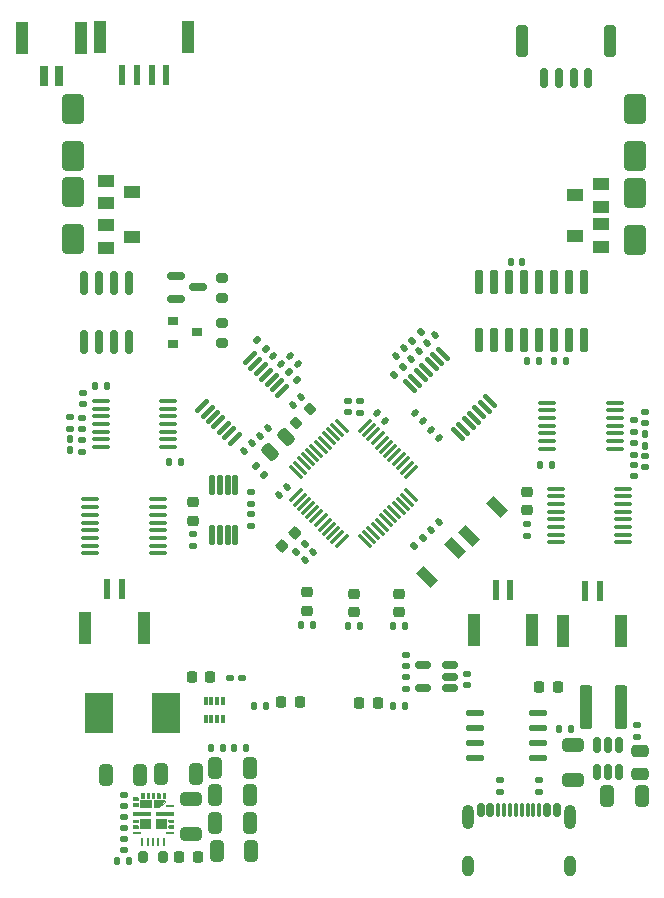
<source format=gbr>
%TF.GenerationSoftware,KiCad,Pcbnew,9.0.4*%
%TF.CreationDate,2025-10-28T21:26:07-04:00*%
%TF.ProjectId,Alpha_Breakout,416c7068-615f-4427-9265-616b6f75742e,rev?*%
%TF.SameCoordinates,Original*%
%TF.FileFunction,Paste,Top*%
%TF.FilePolarity,Positive*%
%FSLAX46Y46*%
G04 Gerber Fmt 4.6, Leading zero omitted, Abs format (unit mm)*
G04 Created by KiCad (PCBNEW 9.0.4) date 2025-10-28 21:26:07*
%MOMM*%
%LPD*%
G01*
G04 APERTURE LIST*
G04 Aperture macros list*
%AMRoundRect*
0 Rectangle with rounded corners*
0 $1 Rounding radius*
0 $2 $3 $4 $5 $6 $7 $8 $9 X,Y pos of 4 corners*
0 Add a 4 corners polygon primitive as box body*
4,1,4,$2,$3,$4,$5,$6,$7,$8,$9,$2,$3,0*
0 Add four circle primitives for the rounded corners*
1,1,$1+$1,$2,$3*
1,1,$1+$1,$4,$5*
1,1,$1+$1,$6,$7*
1,1,$1+$1,$8,$9*
0 Add four rect primitives between the rounded corners*
20,1,$1+$1,$2,$3,$4,$5,0*
20,1,$1+$1,$4,$5,$6,$7,0*
20,1,$1+$1,$6,$7,$8,$9,0*
20,1,$1+$1,$8,$9,$2,$3,0*%
%AMRotRect*
0 Rectangle, with rotation*
0 The origin of the aperture is its center*
0 $1 length*
0 $2 width*
0 $3 Rotation angle, in degrees counterclockwise*
0 Add horizontal line*
21,1,$1,$2,0,0,$3*%
G04 Aperture macros list end*
%ADD10C,0.010000*%
%ADD11RoundRect,0.140000X0.170000X-0.140000X0.170000X0.140000X-0.170000X0.140000X-0.170000X-0.140000X0*%
%ADD12RoundRect,0.135000X0.135000X0.185000X-0.135000X0.185000X-0.135000X-0.185000X0.135000X-0.185000X0*%
%ADD13RoundRect,0.140000X-0.021213X0.219203X-0.219203X0.021213X0.021213X-0.219203X0.219203X-0.021213X0*%
%ADD14RoundRect,0.135000X-0.185000X0.135000X-0.185000X-0.135000X0.185000X-0.135000X0.185000X0.135000X0*%
%ADD15RoundRect,0.250000X-0.650000X1.000000X-0.650000X-1.000000X0.650000X-1.000000X0.650000X1.000000X0*%
%ADD16RoundRect,0.140000X-0.170000X0.140000X-0.170000X-0.140000X0.170000X-0.140000X0.170000X0.140000X0*%
%ADD17RoundRect,0.135000X0.185000X-0.135000X0.185000X0.135000X-0.185000X0.135000X-0.185000X-0.135000X0*%
%ADD18RoundRect,0.250000X-0.325000X-0.650000X0.325000X-0.650000X0.325000X0.650000X-0.325000X0.650000X0*%
%ADD19RoundRect,0.135000X-0.035355X0.226274X-0.226274X0.035355X0.035355X-0.226274X0.226274X-0.035355X0*%
%ADD20R,0.600000X1.700000*%
%ADD21R,1.000000X2.800000*%
%ADD22RoundRect,0.135000X-0.135000X-0.185000X0.135000X-0.185000X0.135000X0.185000X-0.135000X0.185000X0*%
%ADD23RoundRect,0.140000X0.140000X0.170000X-0.140000X0.170000X-0.140000X-0.170000X0.140000X-0.170000X0*%
%ADD24RoundRect,0.100000X0.637500X0.100000X-0.637500X0.100000X-0.637500X-0.100000X0.637500X-0.100000X0*%
%ADD25R,1.400000X1.000000*%
%ADD26RoundRect,0.218750X-0.256250X0.218750X-0.256250X-0.218750X0.256250X-0.218750X0.256250X0.218750X0*%
%ADD27RoundRect,0.218750X-0.218750X-0.256250X0.218750X-0.256250X0.218750X0.256250X-0.218750X0.256250X0*%
%ADD28RoundRect,0.250000X0.650000X-0.325000X0.650000X0.325000X-0.650000X0.325000X-0.650000X-0.325000X0*%
%ADD29RoundRect,0.075000X-0.225000X0.910000X-0.225000X-0.910000X0.225000X-0.910000X0.225000X0.910000X0*%
%ADD30RoundRect,0.100000X0.380070X0.521491X-0.521491X-0.380070X-0.380070X-0.521491X0.521491X0.380070X0*%
%ADD31R,0.900000X0.800000*%
%ADD32RotRect,0.900000X1.700000X225.000000*%
%ADD33RoundRect,0.140000X-0.219203X-0.021213X-0.021213X-0.219203X0.219203X0.021213X0.021213X0.219203X0*%
%ADD34RoundRect,0.100000X-0.637500X-0.100000X0.637500X-0.100000X0.637500X0.100000X-0.637500X0.100000X0*%
%ADD35RoundRect,0.250000X0.650000X-1.000000X0.650000X1.000000X-0.650000X1.000000X-0.650000X-1.000000X0*%
%ADD36R,1.000000X2.700000*%
%ADD37RoundRect,0.250000X0.475000X-0.250000X0.475000X0.250000X-0.475000X0.250000X-0.475000X-0.250000X0*%
%ADD38RoundRect,0.140000X0.219203X0.021213X0.021213X0.219203X-0.219203X-0.021213X-0.021213X-0.219203X0*%
%ADD39RoundRect,0.135000X0.226274X0.035355X0.035355X0.226274X-0.226274X-0.035355X-0.035355X-0.226274X0*%
%ADD40RoundRect,0.150000X0.150000X-0.825000X0.150000X0.825000X-0.150000X0.825000X-0.150000X-0.825000X0*%
%ADD41R,2.362200X3.505200*%
%ADD42RoundRect,0.225000X-0.250000X0.225000X-0.250000X-0.225000X0.250000X-0.225000X0.250000X0.225000X0*%
%ADD43RoundRect,0.140000X-0.140000X-0.170000X0.140000X-0.170000X0.140000X0.170000X-0.140000X0.170000X0*%
%ADD44RoundRect,0.225000X0.250000X-0.225000X0.250000X0.225000X-0.250000X0.225000X-0.250000X-0.225000X0*%
%ADD45R,0.660400X1.803400*%
%ADD46R,1.092200X2.794000*%
%ADD47RoundRect,0.100000X-0.521491X0.380070X0.380070X-0.521491X0.521491X-0.380070X-0.380070X0.521491X0*%
%ADD48RoundRect,0.135000X-0.226274X-0.035355X-0.035355X-0.226274X0.226274X0.035355X0.035355X0.226274X0*%
%ADD49RoundRect,0.200000X-0.200000X-0.275000X0.200000X-0.275000X0.200000X0.275000X-0.200000X0.275000X0*%
%ADD50RoundRect,0.225000X0.225000X0.250000X-0.225000X0.250000X-0.225000X-0.250000X0.225000X-0.250000X0*%
%ADD51RoundRect,0.150000X0.150000X0.700000X-0.150000X0.700000X-0.150000X-0.700000X0.150000X-0.700000X0*%
%ADD52RoundRect,0.250000X0.250000X1.100000X-0.250000X1.100000X-0.250000X-1.100000X0.250000X-1.100000X0*%
%ADD53RoundRect,0.150000X-0.587500X-0.150000X0.587500X-0.150000X0.587500X0.150000X-0.587500X0.150000X0*%
%ADD54RoundRect,0.137500X0.612500X0.137500X-0.612500X0.137500X-0.612500X-0.137500X0.612500X-0.137500X0*%
%ADD55RoundRect,0.050000X-0.250000X-0.050000X0.250000X-0.050000X0.250000X0.050000X-0.250000X0.050000X0*%
%ADD56RoundRect,0.050000X-0.050000X-0.250000X0.050000X-0.250000X0.050000X0.250000X-0.050000X0.250000X0*%
%ADD57RoundRect,0.150000X0.150000X-0.512500X0.150000X0.512500X-0.150000X0.512500X-0.150000X-0.512500X0*%
%ADD58RoundRect,0.150000X-0.150000X-0.425000X0.150000X-0.425000X0.150000X0.425000X-0.150000X0.425000X0*%
%ADD59RoundRect,0.075000X-0.075000X-0.500000X0.075000X-0.500000X0.075000X0.500000X-0.075000X0.500000X0*%
%ADD60O,1.000000X2.100000*%
%ADD61O,1.000000X1.800000*%
%ADD62RoundRect,0.200000X0.053033X-0.335876X0.335876X-0.053033X-0.053033X0.335876X-0.335876X0.053033X0*%
%ADD63RoundRect,0.135000X0.035355X-0.226274X0.226274X-0.035355X-0.035355X0.226274X-0.226274X0.035355X0*%
%ADD64R,0.300000X0.670000*%
%ADD65RoundRect,0.250000X-0.650000X0.325000X-0.650000X-0.325000X0.650000X-0.325000X0.650000X0.325000X0*%
%ADD66RoundRect,0.075000X-0.415425X-0.521491X0.521491X0.415425X0.415425X0.521491X-0.521491X-0.415425X0*%
%ADD67RoundRect,0.075000X0.415425X-0.521491X0.521491X-0.415425X-0.415425X0.521491X-0.521491X0.415425X0*%
%ADD68RoundRect,0.250000X0.300000X1.600000X-0.300000X1.600000X-0.300000X-1.600000X0.300000X-1.600000X0*%
%ADD69RoundRect,0.218750X0.218750X0.256250X-0.218750X0.256250X-0.218750X-0.256250X0.218750X-0.256250X0*%
%ADD70RoundRect,0.200000X0.275000X-0.200000X0.275000X0.200000X-0.275000X0.200000X-0.275000X-0.200000X0*%
%ADD71RoundRect,0.140000X0.021213X-0.219203X0.219203X-0.021213X-0.021213X0.219203X-0.219203X0.021213X0*%
%ADD72RoundRect,0.225000X0.017678X-0.335876X0.335876X-0.017678X-0.017678X0.335876X-0.335876X0.017678X0*%
%ADD73RoundRect,0.150000X0.512500X0.150000X-0.512500X0.150000X-0.512500X-0.150000X0.512500X-0.150000X0*%
%ADD74RoundRect,0.125000X-0.125000X0.687500X-0.125000X-0.687500X0.125000X-0.687500X0.125000X0.687500X0*%
%ADD75RoundRect,0.250000X0.159099X-0.512652X0.512652X-0.159099X-0.159099X0.512652X-0.512652X0.159099X0*%
G04 APERTURE END LIST*
D10*
%TO.C,PS1*%
X130108000Y-128274000D02*
X130110000Y-128274000D01*
X130113000Y-128275000D01*
X130115000Y-128275000D01*
X130118000Y-128276000D01*
X130120000Y-128277000D01*
X130123000Y-128278000D01*
X130125000Y-128280000D01*
X130127000Y-128281000D01*
X130129000Y-128283000D01*
X130131000Y-128284000D01*
X130133000Y-128286000D01*
X130135000Y-128288000D01*
X130137000Y-128290000D01*
X130139000Y-128292000D01*
X130140000Y-128294000D01*
X130142000Y-128296000D01*
X130143000Y-128298000D01*
X130145000Y-128300000D01*
X130146000Y-128303000D01*
X130147000Y-128305000D01*
X130148000Y-128308000D01*
X130148000Y-128310000D01*
X130149000Y-128313000D01*
X130149000Y-128315000D01*
X130150000Y-128318000D01*
X130150000Y-128320000D01*
X130150000Y-128323000D01*
X130150000Y-128423000D01*
X130150000Y-128426000D01*
X130150000Y-128428000D01*
X130149000Y-128431000D01*
X130149000Y-128433000D01*
X130148000Y-128436000D01*
X130148000Y-128438000D01*
X130147000Y-128441000D01*
X130146000Y-128443000D01*
X130145000Y-128446000D01*
X130143000Y-128448000D01*
X130142000Y-128450000D01*
X130140000Y-128452000D01*
X130139000Y-128454000D01*
X130137000Y-128456000D01*
X130135000Y-128458000D01*
X130133000Y-128460000D01*
X130131000Y-128462000D01*
X130129000Y-128463000D01*
X130127000Y-128465000D01*
X130125000Y-128466000D01*
X130123000Y-128468000D01*
X130120000Y-128469000D01*
X130118000Y-128470000D01*
X130115000Y-128471000D01*
X130113000Y-128471000D01*
X130110000Y-128472000D01*
X130108000Y-128472000D01*
X130105000Y-128473000D01*
X130103000Y-128473000D01*
X130100000Y-128473000D01*
X129800000Y-128473000D01*
X129797000Y-128473000D01*
X129795000Y-128473000D01*
X129792000Y-128472000D01*
X129790000Y-128472000D01*
X129787000Y-128471000D01*
X129785000Y-128471000D01*
X129782000Y-128470000D01*
X129780000Y-128469000D01*
X129777000Y-128468000D01*
X129775000Y-128466000D01*
X129773000Y-128465000D01*
X129771000Y-128463000D01*
X129769000Y-128462000D01*
X129767000Y-128460000D01*
X129765000Y-128458000D01*
X129763000Y-128456000D01*
X129761000Y-128454000D01*
X129760000Y-128452000D01*
X129758000Y-128450000D01*
X129757000Y-128448000D01*
X129755000Y-128446000D01*
X129754000Y-128443000D01*
X129753000Y-128441000D01*
X129752000Y-128438000D01*
X129752000Y-128436000D01*
X129751000Y-128433000D01*
X129751000Y-128431000D01*
X129750000Y-128428000D01*
X129750000Y-128426000D01*
X129750000Y-128423000D01*
X129750000Y-128323000D01*
X129750000Y-128320000D01*
X129750000Y-128318000D01*
X129751000Y-128315000D01*
X129751000Y-128313000D01*
X129752000Y-128310000D01*
X129752000Y-128308000D01*
X129753000Y-128305000D01*
X129754000Y-128303000D01*
X129755000Y-128300000D01*
X129757000Y-128298000D01*
X129758000Y-128296000D01*
X129760000Y-128294000D01*
X129761000Y-128292000D01*
X129763000Y-128290000D01*
X129765000Y-128288000D01*
X129767000Y-128286000D01*
X129769000Y-128284000D01*
X129771000Y-128283000D01*
X129773000Y-128281000D01*
X129775000Y-128280000D01*
X129777000Y-128278000D01*
X129780000Y-128277000D01*
X129782000Y-128276000D01*
X129785000Y-128275000D01*
X129787000Y-128275000D01*
X129790000Y-128274000D01*
X129792000Y-128274000D01*
X129795000Y-128273000D01*
X129797000Y-128273000D01*
X129800000Y-128273000D01*
X130100000Y-128273000D01*
X130103000Y-128273000D01*
X130105000Y-128273000D01*
X130108000Y-128274000D01*
G36*
X130108000Y-128274000D02*
G01*
X130110000Y-128274000D01*
X130113000Y-128275000D01*
X130115000Y-128275000D01*
X130118000Y-128276000D01*
X130120000Y-128277000D01*
X130123000Y-128278000D01*
X130125000Y-128280000D01*
X130127000Y-128281000D01*
X130129000Y-128283000D01*
X130131000Y-128284000D01*
X130133000Y-128286000D01*
X130135000Y-128288000D01*
X130137000Y-128290000D01*
X130139000Y-128292000D01*
X130140000Y-128294000D01*
X130142000Y-128296000D01*
X130143000Y-128298000D01*
X130145000Y-128300000D01*
X130146000Y-128303000D01*
X130147000Y-128305000D01*
X130148000Y-128308000D01*
X130148000Y-128310000D01*
X130149000Y-128313000D01*
X130149000Y-128315000D01*
X130150000Y-128318000D01*
X130150000Y-128320000D01*
X130150000Y-128323000D01*
X130150000Y-128423000D01*
X130150000Y-128426000D01*
X130150000Y-128428000D01*
X130149000Y-128431000D01*
X130149000Y-128433000D01*
X130148000Y-128436000D01*
X130148000Y-128438000D01*
X130147000Y-128441000D01*
X130146000Y-128443000D01*
X130145000Y-128446000D01*
X130143000Y-128448000D01*
X130142000Y-128450000D01*
X130140000Y-128452000D01*
X130139000Y-128454000D01*
X130137000Y-128456000D01*
X130135000Y-128458000D01*
X130133000Y-128460000D01*
X130131000Y-128462000D01*
X130129000Y-128463000D01*
X130127000Y-128465000D01*
X130125000Y-128466000D01*
X130123000Y-128468000D01*
X130120000Y-128469000D01*
X130118000Y-128470000D01*
X130115000Y-128471000D01*
X130113000Y-128471000D01*
X130110000Y-128472000D01*
X130108000Y-128472000D01*
X130105000Y-128473000D01*
X130103000Y-128473000D01*
X130100000Y-128473000D01*
X129800000Y-128473000D01*
X129797000Y-128473000D01*
X129795000Y-128473000D01*
X129792000Y-128472000D01*
X129790000Y-128472000D01*
X129787000Y-128471000D01*
X129785000Y-128471000D01*
X129782000Y-128470000D01*
X129780000Y-128469000D01*
X129777000Y-128468000D01*
X129775000Y-128466000D01*
X129773000Y-128465000D01*
X129771000Y-128463000D01*
X129769000Y-128462000D01*
X129767000Y-128460000D01*
X129765000Y-128458000D01*
X129763000Y-128456000D01*
X129761000Y-128454000D01*
X129760000Y-128452000D01*
X129758000Y-128450000D01*
X129757000Y-128448000D01*
X129755000Y-128446000D01*
X129754000Y-128443000D01*
X129753000Y-128441000D01*
X129752000Y-128438000D01*
X129752000Y-128436000D01*
X129751000Y-128433000D01*
X129751000Y-128431000D01*
X129750000Y-128428000D01*
X129750000Y-128426000D01*
X129750000Y-128423000D01*
X129750000Y-128323000D01*
X129750000Y-128320000D01*
X129750000Y-128318000D01*
X129751000Y-128315000D01*
X129751000Y-128313000D01*
X129752000Y-128310000D01*
X129752000Y-128308000D01*
X129753000Y-128305000D01*
X129754000Y-128303000D01*
X129755000Y-128300000D01*
X129757000Y-128298000D01*
X129758000Y-128296000D01*
X129760000Y-128294000D01*
X129761000Y-128292000D01*
X129763000Y-128290000D01*
X129765000Y-128288000D01*
X129767000Y-128286000D01*
X129769000Y-128284000D01*
X129771000Y-128283000D01*
X129773000Y-128281000D01*
X129775000Y-128280000D01*
X129777000Y-128278000D01*
X129780000Y-128277000D01*
X129782000Y-128276000D01*
X129785000Y-128275000D01*
X129787000Y-128275000D01*
X129790000Y-128274000D01*
X129792000Y-128274000D01*
X129795000Y-128273000D01*
X129797000Y-128273000D01*
X129800000Y-128273000D01*
X130100000Y-128273000D01*
X130103000Y-128273000D01*
X130105000Y-128273000D01*
X130108000Y-128274000D01*
G37*
X131158000Y-129549000D02*
X131160000Y-129549000D01*
X131163000Y-129550000D01*
X131165000Y-129550000D01*
X131168000Y-129551000D01*
X131170000Y-129552000D01*
X131173000Y-129553000D01*
X131175000Y-129555000D01*
X131177000Y-129556000D01*
X131179000Y-129558000D01*
X131181000Y-129559000D01*
X131183000Y-129561000D01*
X131185000Y-129563000D01*
X131187000Y-129565000D01*
X131189000Y-129567000D01*
X131190000Y-129569000D01*
X131192000Y-129571000D01*
X131193000Y-129573000D01*
X131195000Y-129575000D01*
X131196000Y-129578000D01*
X131197000Y-129580000D01*
X131198000Y-129583000D01*
X131198000Y-129585000D01*
X131199000Y-129588000D01*
X131199000Y-129590000D01*
X131200000Y-129593000D01*
X131200000Y-129595000D01*
X131200000Y-129598000D01*
X131200000Y-129748000D01*
X131200000Y-129751000D01*
X131200000Y-129753000D01*
X131199000Y-129756000D01*
X131199000Y-129758000D01*
X131198000Y-129761000D01*
X131198000Y-129763000D01*
X131197000Y-129766000D01*
X131196000Y-129768000D01*
X131195000Y-129771000D01*
X131193000Y-129773000D01*
X131192000Y-129775000D01*
X131190000Y-129777000D01*
X131189000Y-129779000D01*
X131187000Y-129781000D01*
X131185000Y-129783000D01*
X131183000Y-129785000D01*
X131181000Y-129787000D01*
X131179000Y-129788000D01*
X131177000Y-129790000D01*
X131175000Y-129791000D01*
X131173000Y-129793000D01*
X131170000Y-129794000D01*
X131168000Y-129795000D01*
X131165000Y-129796000D01*
X131163000Y-129796000D01*
X131160000Y-129797000D01*
X131158000Y-129797000D01*
X131155000Y-129798000D01*
X131153000Y-129798000D01*
X131150000Y-129798000D01*
X129800000Y-129798000D01*
X129797000Y-129798000D01*
X129795000Y-129798000D01*
X129792000Y-129797000D01*
X129790000Y-129797000D01*
X129787000Y-129796000D01*
X129785000Y-129796000D01*
X129782000Y-129795000D01*
X129780000Y-129794000D01*
X129777000Y-129793000D01*
X129775000Y-129791000D01*
X129773000Y-129790000D01*
X129771000Y-129788000D01*
X129769000Y-129787000D01*
X129767000Y-129785000D01*
X129765000Y-129783000D01*
X129763000Y-129781000D01*
X129761000Y-129779000D01*
X129760000Y-129777000D01*
X129758000Y-129775000D01*
X129757000Y-129773000D01*
X129755000Y-129771000D01*
X129754000Y-129768000D01*
X129753000Y-129766000D01*
X129752000Y-129763000D01*
X129752000Y-129761000D01*
X129751000Y-129758000D01*
X129751000Y-129756000D01*
X129750000Y-129753000D01*
X129750000Y-129751000D01*
X129750000Y-129748000D01*
X129750000Y-129598000D01*
X129750000Y-129595000D01*
X129750000Y-129593000D01*
X129751000Y-129590000D01*
X129751000Y-129588000D01*
X129752000Y-129585000D01*
X129752000Y-129583000D01*
X129753000Y-129580000D01*
X129754000Y-129578000D01*
X129755000Y-129575000D01*
X129757000Y-129573000D01*
X129758000Y-129571000D01*
X129760000Y-129569000D01*
X129761000Y-129567000D01*
X129763000Y-129565000D01*
X129765000Y-129563000D01*
X129767000Y-129561000D01*
X129769000Y-129559000D01*
X129771000Y-129558000D01*
X129773000Y-129556000D01*
X129775000Y-129555000D01*
X129777000Y-129553000D01*
X129780000Y-129552000D01*
X129782000Y-129551000D01*
X129785000Y-129550000D01*
X129787000Y-129550000D01*
X129790000Y-129549000D01*
X129792000Y-129549000D01*
X129795000Y-129548000D01*
X129797000Y-129548000D01*
X129800000Y-129548000D01*
X131150000Y-129548000D01*
X131153000Y-129548000D01*
X131155000Y-129548000D01*
X131158000Y-129549000D01*
G36*
X131158000Y-129549000D02*
G01*
X131160000Y-129549000D01*
X131163000Y-129550000D01*
X131165000Y-129550000D01*
X131168000Y-129551000D01*
X131170000Y-129552000D01*
X131173000Y-129553000D01*
X131175000Y-129555000D01*
X131177000Y-129556000D01*
X131179000Y-129558000D01*
X131181000Y-129559000D01*
X131183000Y-129561000D01*
X131185000Y-129563000D01*
X131187000Y-129565000D01*
X131189000Y-129567000D01*
X131190000Y-129569000D01*
X131192000Y-129571000D01*
X131193000Y-129573000D01*
X131195000Y-129575000D01*
X131196000Y-129578000D01*
X131197000Y-129580000D01*
X131198000Y-129583000D01*
X131198000Y-129585000D01*
X131199000Y-129588000D01*
X131199000Y-129590000D01*
X131200000Y-129593000D01*
X131200000Y-129595000D01*
X131200000Y-129598000D01*
X131200000Y-129748000D01*
X131200000Y-129751000D01*
X131200000Y-129753000D01*
X131199000Y-129756000D01*
X131199000Y-129758000D01*
X131198000Y-129761000D01*
X131198000Y-129763000D01*
X131197000Y-129766000D01*
X131196000Y-129768000D01*
X131195000Y-129771000D01*
X131193000Y-129773000D01*
X131192000Y-129775000D01*
X131190000Y-129777000D01*
X131189000Y-129779000D01*
X131187000Y-129781000D01*
X131185000Y-129783000D01*
X131183000Y-129785000D01*
X131181000Y-129787000D01*
X131179000Y-129788000D01*
X131177000Y-129790000D01*
X131175000Y-129791000D01*
X131173000Y-129793000D01*
X131170000Y-129794000D01*
X131168000Y-129795000D01*
X131165000Y-129796000D01*
X131163000Y-129796000D01*
X131160000Y-129797000D01*
X131158000Y-129797000D01*
X131155000Y-129798000D01*
X131153000Y-129798000D01*
X131150000Y-129798000D01*
X129800000Y-129798000D01*
X129797000Y-129798000D01*
X129795000Y-129798000D01*
X129792000Y-129797000D01*
X129790000Y-129797000D01*
X129787000Y-129796000D01*
X129785000Y-129796000D01*
X129782000Y-129795000D01*
X129780000Y-129794000D01*
X129777000Y-129793000D01*
X129775000Y-129791000D01*
X129773000Y-129790000D01*
X129771000Y-129788000D01*
X129769000Y-129787000D01*
X129767000Y-129785000D01*
X129765000Y-129783000D01*
X129763000Y-129781000D01*
X129761000Y-129779000D01*
X129760000Y-129777000D01*
X129758000Y-129775000D01*
X129757000Y-129773000D01*
X129755000Y-129771000D01*
X129754000Y-129768000D01*
X129753000Y-129766000D01*
X129752000Y-129763000D01*
X129752000Y-129761000D01*
X129751000Y-129758000D01*
X129751000Y-129756000D01*
X129750000Y-129753000D01*
X129750000Y-129751000D01*
X129750000Y-129748000D01*
X129750000Y-129598000D01*
X129750000Y-129595000D01*
X129750000Y-129593000D01*
X129751000Y-129590000D01*
X129751000Y-129588000D01*
X129752000Y-129585000D01*
X129752000Y-129583000D01*
X129753000Y-129580000D01*
X129754000Y-129578000D01*
X129755000Y-129575000D01*
X129757000Y-129573000D01*
X129758000Y-129571000D01*
X129760000Y-129569000D01*
X129761000Y-129567000D01*
X129763000Y-129565000D01*
X129765000Y-129563000D01*
X129767000Y-129561000D01*
X129769000Y-129559000D01*
X129771000Y-129558000D01*
X129773000Y-129556000D01*
X129775000Y-129555000D01*
X129777000Y-129553000D01*
X129780000Y-129552000D01*
X129782000Y-129551000D01*
X129785000Y-129550000D01*
X129787000Y-129550000D01*
X129790000Y-129549000D01*
X129792000Y-129549000D01*
X129795000Y-129548000D01*
X129797000Y-129548000D01*
X129800000Y-129548000D01*
X131150000Y-129548000D01*
X131153000Y-129548000D01*
X131155000Y-129548000D01*
X131158000Y-129549000D01*
G37*
X130108000Y-128774000D02*
X130110000Y-128774000D01*
X130113000Y-128775000D01*
X130115000Y-128775000D01*
X130118000Y-128776000D01*
X130120000Y-128777000D01*
X130123000Y-128778000D01*
X130125000Y-128780000D01*
X130127000Y-128781000D01*
X130129000Y-128783000D01*
X130131000Y-128784000D01*
X130133000Y-128786000D01*
X130135000Y-128788000D01*
X130137000Y-128790000D01*
X130139000Y-128792000D01*
X130140000Y-128794000D01*
X130142000Y-128796000D01*
X130143000Y-128798000D01*
X130145000Y-128800000D01*
X130146000Y-128803000D01*
X130147000Y-128805000D01*
X130148000Y-128808000D01*
X130148000Y-128810000D01*
X130149000Y-128813000D01*
X130149000Y-128815000D01*
X130150000Y-128818000D01*
X130150000Y-128820000D01*
X130150000Y-128823000D01*
X130150000Y-128923000D01*
X130150000Y-128926000D01*
X130150000Y-128928000D01*
X130149000Y-128931000D01*
X130149000Y-128933000D01*
X130148000Y-128936000D01*
X130148000Y-128938000D01*
X130147000Y-128941000D01*
X130146000Y-128943000D01*
X130145000Y-128946000D01*
X130143000Y-128948000D01*
X130142000Y-128950000D01*
X130140000Y-128952000D01*
X130139000Y-128954000D01*
X130137000Y-128956000D01*
X130135000Y-128958000D01*
X130133000Y-128960000D01*
X130131000Y-128962000D01*
X130129000Y-128963000D01*
X130127000Y-128965000D01*
X130125000Y-128966000D01*
X130123000Y-128968000D01*
X130120000Y-128969000D01*
X130118000Y-128970000D01*
X130115000Y-128971000D01*
X130113000Y-128971000D01*
X130110000Y-128972000D01*
X130108000Y-128972000D01*
X130105000Y-128973000D01*
X130103000Y-128973000D01*
X130100000Y-128973000D01*
X129800000Y-128973000D01*
X129797000Y-128973000D01*
X129795000Y-128973000D01*
X129792000Y-128972000D01*
X129790000Y-128972000D01*
X129787000Y-128971000D01*
X129785000Y-128971000D01*
X129782000Y-128970000D01*
X129780000Y-128969000D01*
X129777000Y-128968000D01*
X129775000Y-128966000D01*
X129773000Y-128965000D01*
X129771000Y-128963000D01*
X129769000Y-128962000D01*
X129767000Y-128960000D01*
X129765000Y-128958000D01*
X129763000Y-128956000D01*
X129761000Y-128954000D01*
X129760000Y-128952000D01*
X129758000Y-128950000D01*
X129757000Y-128948000D01*
X129755000Y-128946000D01*
X129754000Y-128943000D01*
X129753000Y-128941000D01*
X129752000Y-128938000D01*
X129752000Y-128936000D01*
X129751000Y-128933000D01*
X129751000Y-128931000D01*
X129750000Y-128928000D01*
X129750000Y-128926000D01*
X129750000Y-128923000D01*
X129750000Y-128823000D01*
X129750000Y-128820000D01*
X129750000Y-128818000D01*
X129751000Y-128815000D01*
X129751000Y-128813000D01*
X129752000Y-128810000D01*
X129752000Y-128808000D01*
X129753000Y-128805000D01*
X129754000Y-128803000D01*
X129755000Y-128800000D01*
X129757000Y-128798000D01*
X129758000Y-128796000D01*
X129760000Y-128794000D01*
X129761000Y-128792000D01*
X129763000Y-128790000D01*
X129765000Y-128788000D01*
X129767000Y-128786000D01*
X129769000Y-128784000D01*
X129771000Y-128783000D01*
X129773000Y-128781000D01*
X129775000Y-128780000D01*
X129777000Y-128778000D01*
X129780000Y-128777000D01*
X129782000Y-128776000D01*
X129785000Y-128775000D01*
X129787000Y-128775000D01*
X129790000Y-128774000D01*
X129792000Y-128774000D01*
X129795000Y-128773000D01*
X129797000Y-128773000D01*
X129800000Y-128773000D01*
X130100000Y-128773000D01*
X130103000Y-128773000D01*
X130105000Y-128773000D01*
X130108000Y-128774000D01*
G36*
X130108000Y-128774000D02*
G01*
X130110000Y-128774000D01*
X130113000Y-128775000D01*
X130115000Y-128775000D01*
X130118000Y-128776000D01*
X130120000Y-128777000D01*
X130123000Y-128778000D01*
X130125000Y-128780000D01*
X130127000Y-128781000D01*
X130129000Y-128783000D01*
X130131000Y-128784000D01*
X130133000Y-128786000D01*
X130135000Y-128788000D01*
X130137000Y-128790000D01*
X130139000Y-128792000D01*
X130140000Y-128794000D01*
X130142000Y-128796000D01*
X130143000Y-128798000D01*
X130145000Y-128800000D01*
X130146000Y-128803000D01*
X130147000Y-128805000D01*
X130148000Y-128808000D01*
X130148000Y-128810000D01*
X130149000Y-128813000D01*
X130149000Y-128815000D01*
X130150000Y-128818000D01*
X130150000Y-128820000D01*
X130150000Y-128823000D01*
X130150000Y-128923000D01*
X130150000Y-128926000D01*
X130150000Y-128928000D01*
X130149000Y-128931000D01*
X130149000Y-128933000D01*
X130148000Y-128936000D01*
X130148000Y-128938000D01*
X130147000Y-128941000D01*
X130146000Y-128943000D01*
X130145000Y-128946000D01*
X130143000Y-128948000D01*
X130142000Y-128950000D01*
X130140000Y-128952000D01*
X130139000Y-128954000D01*
X130137000Y-128956000D01*
X130135000Y-128958000D01*
X130133000Y-128960000D01*
X130131000Y-128962000D01*
X130129000Y-128963000D01*
X130127000Y-128965000D01*
X130125000Y-128966000D01*
X130123000Y-128968000D01*
X130120000Y-128969000D01*
X130118000Y-128970000D01*
X130115000Y-128971000D01*
X130113000Y-128971000D01*
X130110000Y-128972000D01*
X130108000Y-128972000D01*
X130105000Y-128973000D01*
X130103000Y-128973000D01*
X130100000Y-128973000D01*
X129800000Y-128973000D01*
X129797000Y-128973000D01*
X129795000Y-128973000D01*
X129792000Y-128972000D01*
X129790000Y-128972000D01*
X129787000Y-128971000D01*
X129785000Y-128971000D01*
X129782000Y-128970000D01*
X129780000Y-128969000D01*
X129777000Y-128968000D01*
X129775000Y-128966000D01*
X129773000Y-128965000D01*
X129771000Y-128963000D01*
X129769000Y-128962000D01*
X129767000Y-128960000D01*
X129765000Y-128958000D01*
X129763000Y-128956000D01*
X129761000Y-128954000D01*
X129760000Y-128952000D01*
X129758000Y-128950000D01*
X129757000Y-128948000D01*
X129755000Y-128946000D01*
X129754000Y-128943000D01*
X129753000Y-128941000D01*
X129752000Y-128938000D01*
X129752000Y-128936000D01*
X129751000Y-128933000D01*
X129751000Y-128931000D01*
X129750000Y-128928000D01*
X129750000Y-128926000D01*
X129750000Y-128923000D01*
X129750000Y-128823000D01*
X129750000Y-128820000D01*
X129750000Y-128818000D01*
X129751000Y-128815000D01*
X129751000Y-128813000D01*
X129752000Y-128810000D01*
X129752000Y-128808000D01*
X129753000Y-128805000D01*
X129754000Y-128803000D01*
X129755000Y-128800000D01*
X129757000Y-128798000D01*
X129758000Y-128796000D01*
X129760000Y-128794000D01*
X129761000Y-128792000D01*
X129763000Y-128790000D01*
X129765000Y-128788000D01*
X129767000Y-128786000D01*
X129769000Y-128784000D01*
X129771000Y-128783000D01*
X129773000Y-128781000D01*
X129775000Y-128780000D01*
X129777000Y-128778000D01*
X129780000Y-128777000D01*
X129782000Y-128776000D01*
X129785000Y-128775000D01*
X129787000Y-128775000D01*
X129790000Y-128774000D01*
X129792000Y-128774000D01*
X129795000Y-128773000D01*
X129797000Y-128773000D01*
X129800000Y-128773000D01*
X130100000Y-128773000D01*
X130103000Y-128773000D01*
X130105000Y-128773000D01*
X130108000Y-128774000D01*
G37*
X130108000Y-130149000D02*
X130110000Y-130149000D01*
X130113000Y-130150000D01*
X130115000Y-130150000D01*
X130118000Y-130151000D01*
X130120000Y-130152000D01*
X130123000Y-130153000D01*
X130125000Y-130155000D01*
X130127000Y-130156000D01*
X130129000Y-130158000D01*
X130131000Y-130159000D01*
X130133000Y-130161000D01*
X130135000Y-130163000D01*
X130137000Y-130165000D01*
X130139000Y-130167000D01*
X130140000Y-130169000D01*
X130142000Y-130171000D01*
X130143000Y-130173000D01*
X130145000Y-130175000D01*
X130146000Y-130178000D01*
X130147000Y-130180000D01*
X130148000Y-130183000D01*
X130148000Y-130185000D01*
X130149000Y-130188000D01*
X130149000Y-130190000D01*
X130150000Y-130193000D01*
X130150000Y-130195000D01*
X130150000Y-130198000D01*
X130150000Y-130298000D01*
X130150000Y-130301000D01*
X130150000Y-130303000D01*
X130149000Y-130306000D01*
X130149000Y-130308000D01*
X130148000Y-130311000D01*
X130148000Y-130313000D01*
X130147000Y-130316000D01*
X130146000Y-130318000D01*
X130145000Y-130321000D01*
X130143000Y-130323000D01*
X130142000Y-130325000D01*
X130140000Y-130327000D01*
X130139000Y-130329000D01*
X130137000Y-130331000D01*
X130135000Y-130333000D01*
X130133000Y-130335000D01*
X130131000Y-130337000D01*
X130129000Y-130338000D01*
X130127000Y-130340000D01*
X130125000Y-130341000D01*
X130123000Y-130343000D01*
X130120000Y-130344000D01*
X130118000Y-130345000D01*
X130115000Y-130346000D01*
X130113000Y-130346000D01*
X130110000Y-130347000D01*
X130108000Y-130347000D01*
X130105000Y-130348000D01*
X130103000Y-130348000D01*
X130100000Y-130348000D01*
X129800000Y-130348000D01*
X129797000Y-130348000D01*
X129795000Y-130348000D01*
X129792000Y-130347000D01*
X129790000Y-130347000D01*
X129787000Y-130346000D01*
X129785000Y-130346000D01*
X129782000Y-130345000D01*
X129780000Y-130344000D01*
X129777000Y-130343000D01*
X129775000Y-130341000D01*
X129773000Y-130340000D01*
X129771000Y-130338000D01*
X129769000Y-130337000D01*
X129767000Y-130335000D01*
X129765000Y-130333000D01*
X129763000Y-130331000D01*
X129761000Y-130329000D01*
X129760000Y-130327000D01*
X129758000Y-130325000D01*
X129757000Y-130323000D01*
X129755000Y-130321000D01*
X129754000Y-130318000D01*
X129753000Y-130316000D01*
X129752000Y-130313000D01*
X129752000Y-130311000D01*
X129751000Y-130308000D01*
X129751000Y-130306000D01*
X129750000Y-130303000D01*
X129750000Y-130301000D01*
X129750000Y-130298000D01*
X129750000Y-130198000D01*
X129750000Y-130195000D01*
X129750000Y-130193000D01*
X129751000Y-130190000D01*
X129751000Y-130188000D01*
X129752000Y-130185000D01*
X129752000Y-130183000D01*
X129753000Y-130180000D01*
X129754000Y-130178000D01*
X129755000Y-130175000D01*
X129757000Y-130173000D01*
X129758000Y-130171000D01*
X129760000Y-130169000D01*
X129761000Y-130167000D01*
X129763000Y-130165000D01*
X129765000Y-130163000D01*
X129767000Y-130161000D01*
X129769000Y-130159000D01*
X129771000Y-130158000D01*
X129773000Y-130156000D01*
X129775000Y-130155000D01*
X129777000Y-130153000D01*
X129780000Y-130152000D01*
X129782000Y-130151000D01*
X129785000Y-130150000D01*
X129787000Y-130150000D01*
X129790000Y-130149000D01*
X129792000Y-130149000D01*
X129795000Y-130148000D01*
X129797000Y-130148000D01*
X129800000Y-130148000D01*
X130100000Y-130148000D01*
X130103000Y-130148000D01*
X130105000Y-130148000D01*
X130108000Y-130149000D01*
G36*
X130108000Y-130149000D02*
G01*
X130110000Y-130149000D01*
X130113000Y-130150000D01*
X130115000Y-130150000D01*
X130118000Y-130151000D01*
X130120000Y-130152000D01*
X130123000Y-130153000D01*
X130125000Y-130155000D01*
X130127000Y-130156000D01*
X130129000Y-130158000D01*
X130131000Y-130159000D01*
X130133000Y-130161000D01*
X130135000Y-130163000D01*
X130137000Y-130165000D01*
X130139000Y-130167000D01*
X130140000Y-130169000D01*
X130142000Y-130171000D01*
X130143000Y-130173000D01*
X130145000Y-130175000D01*
X130146000Y-130178000D01*
X130147000Y-130180000D01*
X130148000Y-130183000D01*
X130148000Y-130185000D01*
X130149000Y-130188000D01*
X130149000Y-130190000D01*
X130150000Y-130193000D01*
X130150000Y-130195000D01*
X130150000Y-130198000D01*
X130150000Y-130298000D01*
X130150000Y-130301000D01*
X130150000Y-130303000D01*
X130149000Y-130306000D01*
X130149000Y-130308000D01*
X130148000Y-130311000D01*
X130148000Y-130313000D01*
X130147000Y-130316000D01*
X130146000Y-130318000D01*
X130145000Y-130321000D01*
X130143000Y-130323000D01*
X130142000Y-130325000D01*
X130140000Y-130327000D01*
X130139000Y-130329000D01*
X130137000Y-130331000D01*
X130135000Y-130333000D01*
X130133000Y-130335000D01*
X130131000Y-130337000D01*
X130129000Y-130338000D01*
X130127000Y-130340000D01*
X130125000Y-130341000D01*
X130123000Y-130343000D01*
X130120000Y-130344000D01*
X130118000Y-130345000D01*
X130115000Y-130346000D01*
X130113000Y-130346000D01*
X130110000Y-130347000D01*
X130108000Y-130347000D01*
X130105000Y-130348000D01*
X130103000Y-130348000D01*
X130100000Y-130348000D01*
X129800000Y-130348000D01*
X129797000Y-130348000D01*
X129795000Y-130348000D01*
X129792000Y-130347000D01*
X129790000Y-130347000D01*
X129787000Y-130346000D01*
X129785000Y-130346000D01*
X129782000Y-130345000D01*
X129780000Y-130344000D01*
X129777000Y-130343000D01*
X129775000Y-130341000D01*
X129773000Y-130340000D01*
X129771000Y-130338000D01*
X129769000Y-130337000D01*
X129767000Y-130335000D01*
X129765000Y-130333000D01*
X129763000Y-130331000D01*
X129761000Y-130329000D01*
X129760000Y-130327000D01*
X129758000Y-130325000D01*
X129757000Y-130323000D01*
X129755000Y-130321000D01*
X129754000Y-130318000D01*
X129753000Y-130316000D01*
X129752000Y-130313000D01*
X129752000Y-130311000D01*
X129751000Y-130308000D01*
X129751000Y-130306000D01*
X129750000Y-130303000D01*
X129750000Y-130301000D01*
X129750000Y-130298000D01*
X129750000Y-130198000D01*
X129750000Y-130195000D01*
X129750000Y-130193000D01*
X129751000Y-130190000D01*
X129751000Y-130188000D01*
X129752000Y-130185000D01*
X129752000Y-130183000D01*
X129753000Y-130180000D01*
X129754000Y-130178000D01*
X129755000Y-130175000D01*
X129757000Y-130173000D01*
X129758000Y-130171000D01*
X129760000Y-130169000D01*
X129761000Y-130167000D01*
X129763000Y-130165000D01*
X129765000Y-130163000D01*
X129767000Y-130161000D01*
X129769000Y-130159000D01*
X129771000Y-130158000D01*
X129773000Y-130156000D01*
X129775000Y-130155000D01*
X129777000Y-130153000D01*
X129780000Y-130152000D01*
X129782000Y-130151000D01*
X129785000Y-130150000D01*
X129787000Y-130150000D01*
X129790000Y-130149000D01*
X129792000Y-130149000D01*
X129795000Y-130148000D01*
X129797000Y-130148000D01*
X129800000Y-130148000D01*
X130100000Y-130148000D01*
X130103000Y-130148000D01*
X130105000Y-130148000D01*
X130108000Y-130149000D01*
G37*
X130108000Y-130649000D02*
X130110000Y-130649000D01*
X130113000Y-130650000D01*
X130115000Y-130650000D01*
X130118000Y-130651000D01*
X130120000Y-130652000D01*
X130123000Y-130653000D01*
X130125000Y-130655000D01*
X130127000Y-130656000D01*
X130129000Y-130658000D01*
X130131000Y-130659000D01*
X130133000Y-130661000D01*
X130135000Y-130663000D01*
X130137000Y-130665000D01*
X130139000Y-130667000D01*
X130140000Y-130669000D01*
X130142000Y-130671000D01*
X130143000Y-130673000D01*
X130145000Y-130675000D01*
X130146000Y-130678000D01*
X130147000Y-130680000D01*
X130148000Y-130683000D01*
X130148000Y-130685000D01*
X130149000Y-130688000D01*
X130149000Y-130690000D01*
X130150000Y-130693000D01*
X130150000Y-130695000D01*
X130150000Y-130698000D01*
X130150000Y-130798000D01*
X130150000Y-130801000D01*
X130150000Y-130803000D01*
X130149000Y-130806000D01*
X130149000Y-130808000D01*
X130148000Y-130811000D01*
X130148000Y-130813000D01*
X130147000Y-130816000D01*
X130146000Y-130818000D01*
X130145000Y-130821000D01*
X130143000Y-130823000D01*
X130142000Y-130825000D01*
X130140000Y-130827000D01*
X130139000Y-130829000D01*
X130137000Y-130831000D01*
X130135000Y-130833000D01*
X130133000Y-130835000D01*
X130131000Y-130837000D01*
X130129000Y-130838000D01*
X130127000Y-130840000D01*
X130125000Y-130841000D01*
X130123000Y-130843000D01*
X130120000Y-130844000D01*
X130118000Y-130845000D01*
X130115000Y-130846000D01*
X130113000Y-130846000D01*
X130110000Y-130847000D01*
X130108000Y-130847000D01*
X130105000Y-130848000D01*
X130103000Y-130848000D01*
X130100000Y-130848000D01*
X129800000Y-130848000D01*
X129797000Y-130848000D01*
X129795000Y-130848000D01*
X129792000Y-130847000D01*
X129790000Y-130847000D01*
X129787000Y-130846000D01*
X129785000Y-130846000D01*
X129782000Y-130845000D01*
X129780000Y-130844000D01*
X129777000Y-130843000D01*
X129775000Y-130841000D01*
X129773000Y-130840000D01*
X129771000Y-130838000D01*
X129769000Y-130837000D01*
X129767000Y-130835000D01*
X129765000Y-130833000D01*
X129763000Y-130831000D01*
X129761000Y-130829000D01*
X129760000Y-130827000D01*
X129758000Y-130825000D01*
X129757000Y-130823000D01*
X129755000Y-130821000D01*
X129754000Y-130818000D01*
X129753000Y-130816000D01*
X129752000Y-130813000D01*
X129752000Y-130811000D01*
X129751000Y-130808000D01*
X129751000Y-130806000D01*
X129750000Y-130803000D01*
X129750000Y-130801000D01*
X129750000Y-130798000D01*
X129750000Y-130698000D01*
X129750000Y-130695000D01*
X129750000Y-130693000D01*
X129751000Y-130690000D01*
X129751000Y-130688000D01*
X129752000Y-130685000D01*
X129752000Y-130683000D01*
X129753000Y-130680000D01*
X129754000Y-130678000D01*
X129755000Y-130675000D01*
X129757000Y-130673000D01*
X129758000Y-130671000D01*
X129760000Y-130669000D01*
X129761000Y-130667000D01*
X129763000Y-130665000D01*
X129765000Y-130663000D01*
X129767000Y-130661000D01*
X129769000Y-130659000D01*
X129771000Y-130658000D01*
X129773000Y-130656000D01*
X129775000Y-130655000D01*
X129777000Y-130653000D01*
X129780000Y-130652000D01*
X129782000Y-130651000D01*
X129785000Y-130650000D01*
X129787000Y-130650000D01*
X129790000Y-130649000D01*
X129792000Y-130649000D01*
X129795000Y-130648000D01*
X129797000Y-130648000D01*
X129800000Y-130648000D01*
X130100000Y-130648000D01*
X130103000Y-130648000D01*
X130105000Y-130648000D01*
X130108000Y-130649000D01*
G36*
X130108000Y-130649000D02*
G01*
X130110000Y-130649000D01*
X130113000Y-130650000D01*
X130115000Y-130650000D01*
X130118000Y-130651000D01*
X130120000Y-130652000D01*
X130123000Y-130653000D01*
X130125000Y-130655000D01*
X130127000Y-130656000D01*
X130129000Y-130658000D01*
X130131000Y-130659000D01*
X130133000Y-130661000D01*
X130135000Y-130663000D01*
X130137000Y-130665000D01*
X130139000Y-130667000D01*
X130140000Y-130669000D01*
X130142000Y-130671000D01*
X130143000Y-130673000D01*
X130145000Y-130675000D01*
X130146000Y-130678000D01*
X130147000Y-130680000D01*
X130148000Y-130683000D01*
X130148000Y-130685000D01*
X130149000Y-130688000D01*
X130149000Y-130690000D01*
X130150000Y-130693000D01*
X130150000Y-130695000D01*
X130150000Y-130698000D01*
X130150000Y-130798000D01*
X130150000Y-130801000D01*
X130150000Y-130803000D01*
X130149000Y-130806000D01*
X130149000Y-130808000D01*
X130148000Y-130811000D01*
X130148000Y-130813000D01*
X130147000Y-130816000D01*
X130146000Y-130818000D01*
X130145000Y-130821000D01*
X130143000Y-130823000D01*
X130142000Y-130825000D01*
X130140000Y-130827000D01*
X130139000Y-130829000D01*
X130137000Y-130831000D01*
X130135000Y-130833000D01*
X130133000Y-130835000D01*
X130131000Y-130837000D01*
X130129000Y-130838000D01*
X130127000Y-130840000D01*
X130125000Y-130841000D01*
X130123000Y-130843000D01*
X130120000Y-130844000D01*
X130118000Y-130845000D01*
X130115000Y-130846000D01*
X130113000Y-130846000D01*
X130110000Y-130847000D01*
X130108000Y-130847000D01*
X130105000Y-130848000D01*
X130103000Y-130848000D01*
X130100000Y-130848000D01*
X129800000Y-130848000D01*
X129797000Y-130848000D01*
X129795000Y-130848000D01*
X129792000Y-130847000D01*
X129790000Y-130847000D01*
X129787000Y-130846000D01*
X129785000Y-130846000D01*
X129782000Y-130845000D01*
X129780000Y-130844000D01*
X129777000Y-130843000D01*
X129775000Y-130841000D01*
X129773000Y-130840000D01*
X129771000Y-130838000D01*
X129769000Y-130837000D01*
X129767000Y-130835000D01*
X129765000Y-130833000D01*
X129763000Y-130831000D01*
X129761000Y-130829000D01*
X129760000Y-130827000D01*
X129758000Y-130825000D01*
X129757000Y-130823000D01*
X129755000Y-130821000D01*
X129754000Y-130818000D01*
X129753000Y-130816000D01*
X129752000Y-130813000D01*
X129752000Y-130811000D01*
X129751000Y-130808000D01*
X129751000Y-130806000D01*
X129750000Y-130803000D01*
X129750000Y-130801000D01*
X129750000Y-130798000D01*
X129750000Y-130698000D01*
X129750000Y-130695000D01*
X129750000Y-130693000D01*
X129751000Y-130690000D01*
X129751000Y-130688000D01*
X129752000Y-130685000D01*
X129752000Y-130683000D01*
X129753000Y-130680000D01*
X129754000Y-130678000D01*
X129755000Y-130675000D01*
X129757000Y-130673000D01*
X129758000Y-130671000D01*
X129760000Y-130669000D01*
X129761000Y-130667000D01*
X129763000Y-130665000D01*
X129765000Y-130663000D01*
X129767000Y-130661000D01*
X129769000Y-130659000D01*
X129771000Y-130658000D01*
X129773000Y-130656000D01*
X129775000Y-130655000D01*
X129777000Y-130653000D01*
X129780000Y-130652000D01*
X129782000Y-130651000D01*
X129785000Y-130650000D01*
X129787000Y-130650000D01*
X129790000Y-130649000D01*
X129792000Y-130649000D01*
X129795000Y-130648000D01*
X129797000Y-130648000D01*
X129800000Y-130648000D01*
X130100000Y-130648000D01*
X130103000Y-130648000D01*
X130105000Y-130648000D01*
X130108000Y-130649000D01*
G37*
X131248000Y-128524000D02*
X131250000Y-128524000D01*
X131253000Y-128525000D01*
X131255000Y-128525000D01*
X131258000Y-128526000D01*
X131260000Y-128527000D01*
X131263000Y-128528000D01*
X131265000Y-128530000D01*
X131267000Y-128531000D01*
X131269000Y-128533000D01*
X131271000Y-128534000D01*
X131273000Y-128536000D01*
X131275000Y-128538000D01*
X131277000Y-128540000D01*
X131279000Y-128542000D01*
X131280000Y-128544000D01*
X131282000Y-128546000D01*
X131283000Y-128548000D01*
X131285000Y-128550000D01*
X131286000Y-128553000D01*
X131287000Y-128555000D01*
X131288000Y-128558000D01*
X131288000Y-128560000D01*
X131289000Y-128563000D01*
X131289000Y-128565000D01*
X131290000Y-128568000D01*
X131290000Y-128570000D01*
X131290000Y-128573000D01*
X131290000Y-129053000D01*
X131290000Y-129056000D01*
X131290000Y-129058000D01*
X131289000Y-129061000D01*
X131289000Y-129063000D01*
X131288000Y-129066000D01*
X131288000Y-129068000D01*
X131287000Y-129071000D01*
X131286000Y-129073000D01*
X131285000Y-129076000D01*
X131283000Y-129078000D01*
X131282000Y-129080000D01*
X131280000Y-129082000D01*
X131279000Y-129084000D01*
X131277000Y-129086000D01*
X131275000Y-129088000D01*
X131273000Y-129090000D01*
X131271000Y-129092000D01*
X131269000Y-129093000D01*
X131267000Y-129095000D01*
X131265000Y-129096000D01*
X131263000Y-129098000D01*
X131260000Y-129099000D01*
X131258000Y-129100000D01*
X131255000Y-129101000D01*
X131253000Y-129101000D01*
X131250000Y-129102000D01*
X131248000Y-129102000D01*
X131245000Y-129103000D01*
X131243000Y-129103000D01*
X131240000Y-129103000D01*
X130400000Y-129103000D01*
X130397000Y-129103000D01*
X130395000Y-129103000D01*
X130392000Y-129102000D01*
X130390000Y-129102000D01*
X130387000Y-129101000D01*
X130385000Y-129101000D01*
X130382000Y-129100000D01*
X130380000Y-129099000D01*
X130377000Y-129098000D01*
X130375000Y-129096000D01*
X130373000Y-129095000D01*
X130371000Y-129093000D01*
X130369000Y-129092000D01*
X130367000Y-129090000D01*
X130365000Y-129088000D01*
X130363000Y-129086000D01*
X130361000Y-129084000D01*
X130360000Y-129082000D01*
X130358000Y-129080000D01*
X130357000Y-129078000D01*
X130355000Y-129076000D01*
X130354000Y-129073000D01*
X130353000Y-129071000D01*
X130352000Y-129068000D01*
X130352000Y-129066000D01*
X130351000Y-129063000D01*
X130351000Y-129061000D01*
X130350000Y-129058000D01*
X130350000Y-129056000D01*
X130350000Y-129053000D01*
X130350000Y-128573000D01*
X130350000Y-128570000D01*
X130350000Y-128568000D01*
X130351000Y-128565000D01*
X130351000Y-128563000D01*
X130352000Y-128560000D01*
X130352000Y-128558000D01*
X130353000Y-128555000D01*
X130354000Y-128553000D01*
X130355000Y-128550000D01*
X130357000Y-128548000D01*
X130358000Y-128546000D01*
X130360000Y-128544000D01*
X130361000Y-128542000D01*
X130363000Y-128540000D01*
X130365000Y-128538000D01*
X130367000Y-128536000D01*
X130369000Y-128534000D01*
X130371000Y-128533000D01*
X130373000Y-128531000D01*
X130375000Y-128530000D01*
X130377000Y-128528000D01*
X130380000Y-128527000D01*
X130382000Y-128526000D01*
X130385000Y-128525000D01*
X130387000Y-128525000D01*
X130390000Y-128524000D01*
X130392000Y-128524000D01*
X130395000Y-128523000D01*
X130397000Y-128523000D01*
X130400000Y-128523000D01*
X131240000Y-128523000D01*
X131243000Y-128523000D01*
X131245000Y-128523000D01*
X131248000Y-128524000D01*
G36*
X131248000Y-128524000D02*
G01*
X131250000Y-128524000D01*
X131253000Y-128525000D01*
X131255000Y-128525000D01*
X131258000Y-128526000D01*
X131260000Y-128527000D01*
X131263000Y-128528000D01*
X131265000Y-128530000D01*
X131267000Y-128531000D01*
X131269000Y-128533000D01*
X131271000Y-128534000D01*
X131273000Y-128536000D01*
X131275000Y-128538000D01*
X131277000Y-128540000D01*
X131279000Y-128542000D01*
X131280000Y-128544000D01*
X131282000Y-128546000D01*
X131283000Y-128548000D01*
X131285000Y-128550000D01*
X131286000Y-128553000D01*
X131287000Y-128555000D01*
X131288000Y-128558000D01*
X131288000Y-128560000D01*
X131289000Y-128563000D01*
X131289000Y-128565000D01*
X131290000Y-128568000D01*
X131290000Y-128570000D01*
X131290000Y-128573000D01*
X131290000Y-129053000D01*
X131290000Y-129056000D01*
X131290000Y-129058000D01*
X131289000Y-129061000D01*
X131289000Y-129063000D01*
X131288000Y-129066000D01*
X131288000Y-129068000D01*
X131287000Y-129071000D01*
X131286000Y-129073000D01*
X131285000Y-129076000D01*
X131283000Y-129078000D01*
X131282000Y-129080000D01*
X131280000Y-129082000D01*
X131279000Y-129084000D01*
X131277000Y-129086000D01*
X131275000Y-129088000D01*
X131273000Y-129090000D01*
X131271000Y-129092000D01*
X131269000Y-129093000D01*
X131267000Y-129095000D01*
X131265000Y-129096000D01*
X131263000Y-129098000D01*
X131260000Y-129099000D01*
X131258000Y-129100000D01*
X131255000Y-129101000D01*
X131253000Y-129101000D01*
X131250000Y-129102000D01*
X131248000Y-129102000D01*
X131245000Y-129103000D01*
X131243000Y-129103000D01*
X131240000Y-129103000D01*
X130400000Y-129103000D01*
X130397000Y-129103000D01*
X130395000Y-129103000D01*
X130392000Y-129102000D01*
X130390000Y-129102000D01*
X130387000Y-129101000D01*
X130385000Y-129101000D01*
X130382000Y-129100000D01*
X130380000Y-129099000D01*
X130377000Y-129098000D01*
X130375000Y-129096000D01*
X130373000Y-129095000D01*
X130371000Y-129093000D01*
X130369000Y-129092000D01*
X130367000Y-129090000D01*
X130365000Y-129088000D01*
X130363000Y-129086000D01*
X130361000Y-129084000D01*
X130360000Y-129082000D01*
X130358000Y-129080000D01*
X130357000Y-129078000D01*
X130355000Y-129076000D01*
X130354000Y-129073000D01*
X130353000Y-129071000D01*
X130352000Y-129068000D01*
X130352000Y-129066000D01*
X130351000Y-129063000D01*
X130351000Y-129061000D01*
X130350000Y-129058000D01*
X130350000Y-129056000D01*
X130350000Y-129053000D01*
X130350000Y-128573000D01*
X130350000Y-128570000D01*
X130350000Y-128568000D01*
X130351000Y-128565000D01*
X130351000Y-128563000D01*
X130352000Y-128560000D01*
X130352000Y-128558000D01*
X130353000Y-128555000D01*
X130354000Y-128553000D01*
X130355000Y-128550000D01*
X130357000Y-128548000D01*
X130358000Y-128546000D01*
X130360000Y-128544000D01*
X130361000Y-128542000D01*
X130363000Y-128540000D01*
X130365000Y-128538000D01*
X130367000Y-128536000D01*
X130369000Y-128534000D01*
X130371000Y-128533000D01*
X130373000Y-128531000D01*
X130375000Y-128530000D01*
X130377000Y-128528000D01*
X130380000Y-128527000D01*
X130382000Y-128526000D01*
X130385000Y-128525000D01*
X130387000Y-128525000D01*
X130390000Y-128524000D01*
X130392000Y-128524000D01*
X130395000Y-128523000D01*
X130397000Y-128523000D01*
X130400000Y-128523000D01*
X131240000Y-128523000D01*
X131243000Y-128523000D01*
X131245000Y-128523000D01*
X131248000Y-128524000D01*
G37*
X130608000Y-127924000D02*
X130610000Y-127924000D01*
X130613000Y-127925000D01*
X130615000Y-127925000D01*
X130618000Y-127926000D01*
X130620000Y-127927000D01*
X130623000Y-127928000D01*
X130625000Y-127930000D01*
X130627000Y-127931000D01*
X130629000Y-127933000D01*
X130631000Y-127934000D01*
X130633000Y-127936000D01*
X130635000Y-127938000D01*
X130637000Y-127940000D01*
X130639000Y-127942000D01*
X130640000Y-127944000D01*
X130642000Y-127946000D01*
X130643000Y-127948000D01*
X130645000Y-127950000D01*
X130646000Y-127953000D01*
X130647000Y-127955000D01*
X130648000Y-127958000D01*
X130648000Y-127960000D01*
X130649000Y-127963000D01*
X130649000Y-127965000D01*
X130650000Y-127968000D01*
X130650000Y-127970000D01*
X130650000Y-127973000D01*
X130650000Y-128273000D01*
X130650000Y-128276000D01*
X130650000Y-128278000D01*
X130649000Y-128281000D01*
X130649000Y-128283000D01*
X130648000Y-128286000D01*
X130648000Y-128288000D01*
X130647000Y-128291000D01*
X130646000Y-128293000D01*
X130645000Y-128296000D01*
X130643000Y-128298000D01*
X130642000Y-128300000D01*
X130640000Y-128302000D01*
X130639000Y-128304000D01*
X130637000Y-128306000D01*
X130635000Y-128308000D01*
X130633000Y-128310000D01*
X130631000Y-128312000D01*
X130629000Y-128313000D01*
X130627000Y-128315000D01*
X130625000Y-128316000D01*
X130623000Y-128318000D01*
X130620000Y-128319000D01*
X130618000Y-128320000D01*
X130615000Y-128321000D01*
X130613000Y-128321000D01*
X130610000Y-128322000D01*
X130608000Y-128322000D01*
X130605000Y-128323000D01*
X130603000Y-128323000D01*
X130600000Y-128323000D01*
X130500000Y-128323000D01*
X130497000Y-128323000D01*
X130495000Y-128323000D01*
X130492000Y-128322000D01*
X130490000Y-128322000D01*
X130487000Y-128321000D01*
X130485000Y-128321000D01*
X130482000Y-128320000D01*
X130480000Y-128319000D01*
X130477000Y-128318000D01*
X130475000Y-128316000D01*
X130473000Y-128315000D01*
X130471000Y-128313000D01*
X130469000Y-128312000D01*
X130467000Y-128310000D01*
X130465000Y-128308000D01*
X130463000Y-128306000D01*
X130461000Y-128304000D01*
X130460000Y-128302000D01*
X130458000Y-128300000D01*
X130457000Y-128298000D01*
X130455000Y-128296000D01*
X130454000Y-128293000D01*
X130453000Y-128291000D01*
X130452000Y-128288000D01*
X130452000Y-128286000D01*
X130451000Y-128283000D01*
X130451000Y-128281000D01*
X130450000Y-128278000D01*
X130450000Y-128276000D01*
X130450000Y-128273000D01*
X130450000Y-127973000D01*
X130450000Y-127970000D01*
X130450000Y-127968000D01*
X130451000Y-127965000D01*
X130451000Y-127963000D01*
X130452000Y-127960000D01*
X130452000Y-127958000D01*
X130453000Y-127955000D01*
X130454000Y-127953000D01*
X130455000Y-127950000D01*
X130457000Y-127948000D01*
X130458000Y-127946000D01*
X130460000Y-127944000D01*
X130461000Y-127942000D01*
X130463000Y-127940000D01*
X130465000Y-127938000D01*
X130467000Y-127936000D01*
X130469000Y-127934000D01*
X130471000Y-127933000D01*
X130473000Y-127931000D01*
X130475000Y-127930000D01*
X130477000Y-127928000D01*
X130480000Y-127927000D01*
X130482000Y-127926000D01*
X130485000Y-127925000D01*
X130487000Y-127925000D01*
X130490000Y-127924000D01*
X130492000Y-127924000D01*
X130495000Y-127923000D01*
X130497000Y-127923000D01*
X130500000Y-127923000D01*
X130600000Y-127923000D01*
X130603000Y-127923000D01*
X130605000Y-127923000D01*
X130608000Y-127924000D01*
G36*
X130608000Y-127924000D02*
G01*
X130610000Y-127924000D01*
X130613000Y-127925000D01*
X130615000Y-127925000D01*
X130618000Y-127926000D01*
X130620000Y-127927000D01*
X130623000Y-127928000D01*
X130625000Y-127930000D01*
X130627000Y-127931000D01*
X130629000Y-127933000D01*
X130631000Y-127934000D01*
X130633000Y-127936000D01*
X130635000Y-127938000D01*
X130637000Y-127940000D01*
X130639000Y-127942000D01*
X130640000Y-127944000D01*
X130642000Y-127946000D01*
X130643000Y-127948000D01*
X130645000Y-127950000D01*
X130646000Y-127953000D01*
X130647000Y-127955000D01*
X130648000Y-127958000D01*
X130648000Y-127960000D01*
X130649000Y-127963000D01*
X130649000Y-127965000D01*
X130650000Y-127968000D01*
X130650000Y-127970000D01*
X130650000Y-127973000D01*
X130650000Y-128273000D01*
X130650000Y-128276000D01*
X130650000Y-128278000D01*
X130649000Y-128281000D01*
X130649000Y-128283000D01*
X130648000Y-128286000D01*
X130648000Y-128288000D01*
X130647000Y-128291000D01*
X130646000Y-128293000D01*
X130645000Y-128296000D01*
X130643000Y-128298000D01*
X130642000Y-128300000D01*
X130640000Y-128302000D01*
X130639000Y-128304000D01*
X130637000Y-128306000D01*
X130635000Y-128308000D01*
X130633000Y-128310000D01*
X130631000Y-128312000D01*
X130629000Y-128313000D01*
X130627000Y-128315000D01*
X130625000Y-128316000D01*
X130623000Y-128318000D01*
X130620000Y-128319000D01*
X130618000Y-128320000D01*
X130615000Y-128321000D01*
X130613000Y-128321000D01*
X130610000Y-128322000D01*
X130608000Y-128322000D01*
X130605000Y-128323000D01*
X130603000Y-128323000D01*
X130600000Y-128323000D01*
X130500000Y-128323000D01*
X130497000Y-128323000D01*
X130495000Y-128323000D01*
X130492000Y-128322000D01*
X130490000Y-128322000D01*
X130487000Y-128321000D01*
X130485000Y-128321000D01*
X130482000Y-128320000D01*
X130480000Y-128319000D01*
X130477000Y-128318000D01*
X130475000Y-128316000D01*
X130473000Y-128315000D01*
X130471000Y-128313000D01*
X130469000Y-128312000D01*
X130467000Y-128310000D01*
X130465000Y-128308000D01*
X130463000Y-128306000D01*
X130461000Y-128304000D01*
X130460000Y-128302000D01*
X130458000Y-128300000D01*
X130457000Y-128298000D01*
X130455000Y-128296000D01*
X130454000Y-128293000D01*
X130453000Y-128291000D01*
X130452000Y-128288000D01*
X130452000Y-128286000D01*
X130451000Y-128283000D01*
X130451000Y-128281000D01*
X130450000Y-128278000D01*
X130450000Y-128276000D01*
X130450000Y-128273000D01*
X130450000Y-127973000D01*
X130450000Y-127970000D01*
X130450000Y-127968000D01*
X130451000Y-127965000D01*
X130451000Y-127963000D01*
X130452000Y-127960000D01*
X130452000Y-127958000D01*
X130453000Y-127955000D01*
X130454000Y-127953000D01*
X130455000Y-127950000D01*
X130457000Y-127948000D01*
X130458000Y-127946000D01*
X130460000Y-127944000D01*
X130461000Y-127942000D01*
X130463000Y-127940000D01*
X130465000Y-127938000D01*
X130467000Y-127936000D01*
X130469000Y-127934000D01*
X130471000Y-127933000D01*
X130473000Y-127931000D01*
X130475000Y-127930000D01*
X130477000Y-127928000D01*
X130480000Y-127927000D01*
X130482000Y-127926000D01*
X130485000Y-127925000D01*
X130487000Y-127925000D01*
X130490000Y-127924000D01*
X130492000Y-127924000D01*
X130495000Y-127923000D01*
X130497000Y-127923000D01*
X130500000Y-127923000D01*
X130600000Y-127923000D01*
X130603000Y-127923000D01*
X130605000Y-127923000D01*
X130608000Y-127924000D01*
G37*
X131058000Y-127924000D02*
X131060000Y-127924000D01*
X131063000Y-127925000D01*
X131065000Y-127925000D01*
X131068000Y-127926000D01*
X131070000Y-127927000D01*
X131073000Y-127928000D01*
X131075000Y-127930000D01*
X131077000Y-127931000D01*
X131079000Y-127933000D01*
X131081000Y-127934000D01*
X131083000Y-127936000D01*
X131085000Y-127938000D01*
X131087000Y-127940000D01*
X131089000Y-127942000D01*
X131090000Y-127944000D01*
X131092000Y-127946000D01*
X131093000Y-127948000D01*
X131095000Y-127950000D01*
X131096000Y-127953000D01*
X131097000Y-127955000D01*
X131098000Y-127958000D01*
X131098000Y-127960000D01*
X131099000Y-127963000D01*
X131099000Y-127965000D01*
X131100000Y-127968000D01*
X131100000Y-127970000D01*
X131100000Y-127973000D01*
X131100000Y-128273000D01*
X131100000Y-128276000D01*
X131100000Y-128278000D01*
X131099000Y-128281000D01*
X131099000Y-128283000D01*
X131098000Y-128286000D01*
X131098000Y-128288000D01*
X131097000Y-128291000D01*
X131096000Y-128293000D01*
X131095000Y-128296000D01*
X131093000Y-128298000D01*
X131092000Y-128300000D01*
X131090000Y-128302000D01*
X131089000Y-128304000D01*
X131087000Y-128306000D01*
X131085000Y-128308000D01*
X131083000Y-128310000D01*
X131081000Y-128312000D01*
X131079000Y-128313000D01*
X131077000Y-128315000D01*
X131075000Y-128316000D01*
X131073000Y-128318000D01*
X131070000Y-128319000D01*
X131068000Y-128320000D01*
X131065000Y-128321000D01*
X131063000Y-128321000D01*
X131060000Y-128322000D01*
X131058000Y-128322000D01*
X131055000Y-128323000D01*
X131053000Y-128323000D01*
X131050000Y-128323000D01*
X130950000Y-128323000D01*
X130947000Y-128323000D01*
X130945000Y-128323000D01*
X130942000Y-128322000D01*
X130940000Y-128322000D01*
X130937000Y-128321000D01*
X130935000Y-128321000D01*
X130932000Y-128320000D01*
X130930000Y-128319000D01*
X130927000Y-128318000D01*
X130925000Y-128316000D01*
X130923000Y-128315000D01*
X130921000Y-128313000D01*
X130919000Y-128312000D01*
X130917000Y-128310000D01*
X130915000Y-128308000D01*
X130913000Y-128306000D01*
X130911000Y-128304000D01*
X130910000Y-128302000D01*
X130908000Y-128300000D01*
X130907000Y-128298000D01*
X130905000Y-128296000D01*
X130904000Y-128293000D01*
X130903000Y-128291000D01*
X130902000Y-128288000D01*
X130902000Y-128286000D01*
X130901000Y-128283000D01*
X130901000Y-128281000D01*
X130900000Y-128278000D01*
X130900000Y-128276000D01*
X130900000Y-128273000D01*
X130900000Y-127973000D01*
X130900000Y-127970000D01*
X130900000Y-127968000D01*
X130901000Y-127965000D01*
X130901000Y-127963000D01*
X130902000Y-127960000D01*
X130902000Y-127958000D01*
X130903000Y-127955000D01*
X130904000Y-127953000D01*
X130905000Y-127950000D01*
X130907000Y-127948000D01*
X130908000Y-127946000D01*
X130910000Y-127944000D01*
X130911000Y-127942000D01*
X130913000Y-127940000D01*
X130915000Y-127938000D01*
X130917000Y-127936000D01*
X130919000Y-127934000D01*
X130921000Y-127933000D01*
X130923000Y-127931000D01*
X130925000Y-127930000D01*
X130927000Y-127928000D01*
X130930000Y-127927000D01*
X130932000Y-127926000D01*
X130935000Y-127925000D01*
X130937000Y-127925000D01*
X130940000Y-127924000D01*
X130942000Y-127924000D01*
X130945000Y-127923000D01*
X130947000Y-127923000D01*
X130950000Y-127923000D01*
X131050000Y-127923000D01*
X131053000Y-127923000D01*
X131055000Y-127923000D01*
X131058000Y-127924000D01*
G36*
X131058000Y-127924000D02*
G01*
X131060000Y-127924000D01*
X131063000Y-127925000D01*
X131065000Y-127925000D01*
X131068000Y-127926000D01*
X131070000Y-127927000D01*
X131073000Y-127928000D01*
X131075000Y-127930000D01*
X131077000Y-127931000D01*
X131079000Y-127933000D01*
X131081000Y-127934000D01*
X131083000Y-127936000D01*
X131085000Y-127938000D01*
X131087000Y-127940000D01*
X131089000Y-127942000D01*
X131090000Y-127944000D01*
X131092000Y-127946000D01*
X131093000Y-127948000D01*
X131095000Y-127950000D01*
X131096000Y-127953000D01*
X131097000Y-127955000D01*
X131098000Y-127958000D01*
X131098000Y-127960000D01*
X131099000Y-127963000D01*
X131099000Y-127965000D01*
X131100000Y-127968000D01*
X131100000Y-127970000D01*
X131100000Y-127973000D01*
X131100000Y-128273000D01*
X131100000Y-128276000D01*
X131100000Y-128278000D01*
X131099000Y-128281000D01*
X131099000Y-128283000D01*
X131098000Y-128286000D01*
X131098000Y-128288000D01*
X131097000Y-128291000D01*
X131096000Y-128293000D01*
X131095000Y-128296000D01*
X131093000Y-128298000D01*
X131092000Y-128300000D01*
X131090000Y-128302000D01*
X131089000Y-128304000D01*
X131087000Y-128306000D01*
X131085000Y-128308000D01*
X131083000Y-128310000D01*
X131081000Y-128312000D01*
X131079000Y-128313000D01*
X131077000Y-128315000D01*
X131075000Y-128316000D01*
X131073000Y-128318000D01*
X131070000Y-128319000D01*
X131068000Y-128320000D01*
X131065000Y-128321000D01*
X131063000Y-128321000D01*
X131060000Y-128322000D01*
X131058000Y-128322000D01*
X131055000Y-128323000D01*
X131053000Y-128323000D01*
X131050000Y-128323000D01*
X130950000Y-128323000D01*
X130947000Y-128323000D01*
X130945000Y-128323000D01*
X130942000Y-128322000D01*
X130940000Y-128322000D01*
X130937000Y-128321000D01*
X130935000Y-128321000D01*
X130932000Y-128320000D01*
X130930000Y-128319000D01*
X130927000Y-128318000D01*
X130925000Y-128316000D01*
X130923000Y-128315000D01*
X130921000Y-128313000D01*
X130919000Y-128312000D01*
X130917000Y-128310000D01*
X130915000Y-128308000D01*
X130913000Y-128306000D01*
X130911000Y-128304000D01*
X130910000Y-128302000D01*
X130908000Y-128300000D01*
X130907000Y-128298000D01*
X130905000Y-128296000D01*
X130904000Y-128293000D01*
X130903000Y-128291000D01*
X130902000Y-128288000D01*
X130902000Y-128286000D01*
X130901000Y-128283000D01*
X130901000Y-128281000D01*
X130900000Y-128278000D01*
X130900000Y-128276000D01*
X130900000Y-128273000D01*
X130900000Y-127973000D01*
X130900000Y-127970000D01*
X130900000Y-127968000D01*
X130901000Y-127965000D01*
X130901000Y-127963000D01*
X130902000Y-127960000D01*
X130902000Y-127958000D01*
X130903000Y-127955000D01*
X130904000Y-127953000D01*
X130905000Y-127950000D01*
X130907000Y-127948000D01*
X130908000Y-127946000D01*
X130910000Y-127944000D01*
X130911000Y-127942000D01*
X130913000Y-127940000D01*
X130915000Y-127938000D01*
X130917000Y-127936000D01*
X130919000Y-127934000D01*
X130921000Y-127933000D01*
X130923000Y-127931000D01*
X130925000Y-127930000D01*
X130927000Y-127928000D01*
X130930000Y-127927000D01*
X130932000Y-127926000D01*
X130935000Y-127925000D01*
X130937000Y-127925000D01*
X130940000Y-127924000D01*
X130942000Y-127924000D01*
X130945000Y-127923000D01*
X130947000Y-127923000D01*
X130950000Y-127923000D01*
X131050000Y-127923000D01*
X131053000Y-127923000D01*
X131055000Y-127923000D01*
X131058000Y-127924000D01*
G37*
X131178000Y-130126000D02*
X131180000Y-130126000D01*
X131183000Y-130127000D01*
X131185000Y-130127000D01*
X131188000Y-130128000D01*
X131190000Y-130129000D01*
X131193000Y-130130000D01*
X131195000Y-130132000D01*
X131197000Y-130133000D01*
X131199000Y-130135000D01*
X131201000Y-130136000D01*
X131203000Y-130138000D01*
X131205000Y-130140000D01*
X131207000Y-130142000D01*
X131209000Y-130144000D01*
X131210000Y-130146000D01*
X131212000Y-130148000D01*
X131213000Y-130150000D01*
X131215000Y-130152000D01*
X131216000Y-130155000D01*
X131217000Y-130157000D01*
X131218000Y-130160000D01*
X131218000Y-130162000D01*
X131219000Y-130165000D01*
X131219000Y-130167000D01*
X131220000Y-130170000D01*
X131220000Y-130172000D01*
X131220000Y-130175000D01*
X131220000Y-130825000D01*
X131220000Y-130828000D01*
X131220000Y-130830000D01*
X131219000Y-130833000D01*
X131219000Y-130835000D01*
X131218000Y-130838000D01*
X131218000Y-130840000D01*
X131217000Y-130843000D01*
X131216000Y-130845000D01*
X131215000Y-130848000D01*
X131213000Y-130850000D01*
X131212000Y-130852000D01*
X131210000Y-130854000D01*
X131209000Y-130856000D01*
X131207000Y-130858000D01*
X131205000Y-130860000D01*
X131203000Y-130862000D01*
X131201000Y-130864000D01*
X131199000Y-130865000D01*
X131197000Y-130867000D01*
X131195000Y-130868000D01*
X131193000Y-130870000D01*
X131190000Y-130871000D01*
X131188000Y-130872000D01*
X131185000Y-130873000D01*
X131183000Y-130873000D01*
X131180000Y-130874000D01*
X131178000Y-130874000D01*
X131175000Y-130875000D01*
X131173000Y-130875000D01*
X131170000Y-130875000D01*
X130400000Y-130875000D01*
X130397000Y-130875000D01*
X130395000Y-130875000D01*
X130392000Y-130874000D01*
X130390000Y-130874000D01*
X130387000Y-130873000D01*
X130385000Y-130873000D01*
X130382000Y-130872000D01*
X130380000Y-130871000D01*
X130377000Y-130870000D01*
X130375000Y-130868000D01*
X130373000Y-130867000D01*
X130371000Y-130865000D01*
X130369000Y-130864000D01*
X130367000Y-130862000D01*
X130365000Y-130860000D01*
X130363000Y-130858000D01*
X130361000Y-130856000D01*
X130360000Y-130854000D01*
X130358000Y-130852000D01*
X130357000Y-130850000D01*
X130355000Y-130848000D01*
X130354000Y-130845000D01*
X130353000Y-130843000D01*
X130352000Y-130840000D01*
X130352000Y-130838000D01*
X130351000Y-130835000D01*
X130351000Y-130833000D01*
X130350000Y-130830000D01*
X130350000Y-130828000D01*
X130350000Y-130825000D01*
X130350000Y-130175000D01*
X130350000Y-130172000D01*
X130350000Y-130170000D01*
X130351000Y-130167000D01*
X130351000Y-130165000D01*
X130352000Y-130162000D01*
X130352000Y-130160000D01*
X130353000Y-130157000D01*
X130354000Y-130155000D01*
X130355000Y-130152000D01*
X130357000Y-130150000D01*
X130358000Y-130148000D01*
X130360000Y-130146000D01*
X130361000Y-130144000D01*
X130363000Y-130142000D01*
X130365000Y-130140000D01*
X130367000Y-130138000D01*
X130369000Y-130136000D01*
X130371000Y-130135000D01*
X130373000Y-130133000D01*
X130375000Y-130132000D01*
X130377000Y-130130000D01*
X130380000Y-130129000D01*
X130382000Y-130128000D01*
X130385000Y-130127000D01*
X130387000Y-130127000D01*
X130390000Y-130126000D01*
X130392000Y-130126000D01*
X130395000Y-130125000D01*
X130397000Y-130125000D01*
X130400000Y-130125000D01*
X131170000Y-130125000D01*
X131173000Y-130125000D01*
X131175000Y-130125000D01*
X131178000Y-130126000D01*
G36*
X131178000Y-130126000D02*
G01*
X131180000Y-130126000D01*
X131183000Y-130127000D01*
X131185000Y-130127000D01*
X131188000Y-130128000D01*
X131190000Y-130129000D01*
X131193000Y-130130000D01*
X131195000Y-130132000D01*
X131197000Y-130133000D01*
X131199000Y-130135000D01*
X131201000Y-130136000D01*
X131203000Y-130138000D01*
X131205000Y-130140000D01*
X131207000Y-130142000D01*
X131209000Y-130144000D01*
X131210000Y-130146000D01*
X131212000Y-130148000D01*
X131213000Y-130150000D01*
X131215000Y-130152000D01*
X131216000Y-130155000D01*
X131217000Y-130157000D01*
X131218000Y-130160000D01*
X131218000Y-130162000D01*
X131219000Y-130165000D01*
X131219000Y-130167000D01*
X131220000Y-130170000D01*
X131220000Y-130172000D01*
X131220000Y-130175000D01*
X131220000Y-130825000D01*
X131220000Y-130828000D01*
X131220000Y-130830000D01*
X131219000Y-130833000D01*
X131219000Y-130835000D01*
X131218000Y-130838000D01*
X131218000Y-130840000D01*
X131217000Y-130843000D01*
X131216000Y-130845000D01*
X131215000Y-130848000D01*
X131213000Y-130850000D01*
X131212000Y-130852000D01*
X131210000Y-130854000D01*
X131209000Y-130856000D01*
X131207000Y-130858000D01*
X131205000Y-130860000D01*
X131203000Y-130862000D01*
X131201000Y-130864000D01*
X131199000Y-130865000D01*
X131197000Y-130867000D01*
X131195000Y-130868000D01*
X131193000Y-130870000D01*
X131190000Y-130871000D01*
X131188000Y-130872000D01*
X131185000Y-130873000D01*
X131183000Y-130873000D01*
X131180000Y-130874000D01*
X131178000Y-130874000D01*
X131175000Y-130875000D01*
X131173000Y-130875000D01*
X131170000Y-130875000D01*
X130400000Y-130875000D01*
X130397000Y-130875000D01*
X130395000Y-130875000D01*
X130392000Y-130874000D01*
X130390000Y-130874000D01*
X130387000Y-130873000D01*
X130385000Y-130873000D01*
X130382000Y-130872000D01*
X130380000Y-130871000D01*
X130377000Y-130870000D01*
X130375000Y-130868000D01*
X130373000Y-130867000D01*
X130371000Y-130865000D01*
X130369000Y-130864000D01*
X130367000Y-130862000D01*
X130365000Y-130860000D01*
X130363000Y-130858000D01*
X130361000Y-130856000D01*
X130360000Y-130854000D01*
X130358000Y-130852000D01*
X130357000Y-130850000D01*
X130355000Y-130848000D01*
X130354000Y-130845000D01*
X130353000Y-130843000D01*
X130352000Y-130840000D01*
X130352000Y-130838000D01*
X130351000Y-130835000D01*
X130351000Y-130833000D01*
X130350000Y-130830000D01*
X130350000Y-130828000D01*
X130350000Y-130825000D01*
X130350000Y-130175000D01*
X130350000Y-130172000D01*
X130350000Y-130170000D01*
X130351000Y-130167000D01*
X130351000Y-130165000D01*
X130352000Y-130162000D01*
X130352000Y-130160000D01*
X130353000Y-130157000D01*
X130354000Y-130155000D01*
X130355000Y-130152000D01*
X130357000Y-130150000D01*
X130358000Y-130148000D01*
X130360000Y-130146000D01*
X130361000Y-130144000D01*
X130363000Y-130142000D01*
X130365000Y-130140000D01*
X130367000Y-130138000D01*
X130369000Y-130136000D01*
X130371000Y-130135000D01*
X130373000Y-130133000D01*
X130375000Y-130132000D01*
X130377000Y-130130000D01*
X130380000Y-130129000D01*
X130382000Y-130128000D01*
X130385000Y-130127000D01*
X130387000Y-130127000D01*
X130390000Y-130126000D01*
X130392000Y-130126000D01*
X130395000Y-130125000D01*
X130397000Y-130125000D01*
X130400000Y-130125000D01*
X131170000Y-130125000D01*
X131173000Y-130125000D01*
X131175000Y-130125000D01*
X131178000Y-130126000D01*
G37*
X131508000Y-127924000D02*
X131510000Y-127924000D01*
X131513000Y-127925000D01*
X131515000Y-127925000D01*
X131518000Y-127926000D01*
X131520000Y-127927000D01*
X131523000Y-127928000D01*
X131525000Y-127930000D01*
X131527000Y-127931000D01*
X131529000Y-127933000D01*
X131531000Y-127934000D01*
X131533000Y-127936000D01*
X131535000Y-127938000D01*
X131537000Y-127940000D01*
X131539000Y-127942000D01*
X131540000Y-127944000D01*
X131542000Y-127946000D01*
X131543000Y-127948000D01*
X131545000Y-127950000D01*
X131546000Y-127953000D01*
X131547000Y-127955000D01*
X131548000Y-127958000D01*
X131548000Y-127960000D01*
X131549000Y-127963000D01*
X131549000Y-127965000D01*
X131550000Y-127968000D01*
X131550000Y-127970000D01*
X131550000Y-127973000D01*
X131550000Y-128273000D01*
X131550000Y-128276000D01*
X131550000Y-128278000D01*
X131549000Y-128281000D01*
X131549000Y-128283000D01*
X131548000Y-128286000D01*
X131548000Y-128288000D01*
X131547000Y-128291000D01*
X131546000Y-128293000D01*
X131545000Y-128296000D01*
X131543000Y-128298000D01*
X131542000Y-128300000D01*
X131540000Y-128302000D01*
X131539000Y-128304000D01*
X131537000Y-128306000D01*
X131535000Y-128308000D01*
X131533000Y-128310000D01*
X131531000Y-128312000D01*
X131529000Y-128313000D01*
X131527000Y-128315000D01*
X131525000Y-128316000D01*
X131523000Y-128318000D01*
X131520000Y-128319000D01*
X131518000Y-128320000D01*
X131515000Y-128321000D01*
X131513000Y-128321000D01*
X131510000Y-128322000D01*
X131508000Y-128322000D01*
X131505000Y-128323000D01*
X131503000Y-128323000D01*
X131500000Y-128323000D01*
X131400000Y-128323000D01*
X131397000Y-128323000D01*
X131395000Y-128323000D01*
X131392000Y-128322000D01*
X131390000Y-128322000D01*
X131387000Y-128321000D01*
X131385000Y-128321000D01*
X131382000Y-128320000D01*
X131380000Y-128319000D01*
X131377000Y-128318000D01*
X131375000Y-128316000D01*
X131373000Y-128315000D01*
X131371000Y-128313000D01*
X131369000Y-128312000D01*
X131367000Y-128310000D01*
X131365000Y-128308000D01*
X131363000Y-128306000D01*
X131361000Y-128304000D01*
X131360000Y-128302000D01*
X131358000Y-128300000D01*
X131357000Y-128298000D01*
X131355000Y-128296000D01*
X131354000Y-128293000D01*
X131353000Y-128291000D01*
X131352000Y-128288000D01*
X131352000Y-128286000D01*
X131351000Y-128283000D01*
X131351000Y-128281000D01*
X131350000Y-128278000D01*
X131350000Y-128276000D01*
X131350000Y-128273000D01*
X131350000Y-127973000D01*
X131350000Y-127970000D01*
X131350000Y-127968000D01*
X131351000Y-127965000D01*
X131351000Y-127963000D01*
X131352000Y-127960000D01*
X131352000Y-127958000D01*
X131353000Y-127955000D01*
X131354000Y-127953000D01*
X131355000Y-127950000D01*
X131357000Y-127948000D01*
X131358000Y-127946000D01*
X131360000Y-127944000D01*
X131361000Y-127942000D01*
X131363000Y-127940000D01*
X131365000Y-127938000D01*
X131367000Y-127936000D01*
X131369000Y-127934000D01*
X131371000Y-127933000D01*
X131373000Y-127931000D01*
X131375000Y-127930000D01*
X131377000Y-127928000D01*
X131380000Y-127927000D01*
X131382000Y-127926000D01*
X131385000Y-127925000D01*
X131387000Y-127925000D01*
X131390000Y-127924000D01*
X131392000Y-127924000D01*
X131395000Y-127923000D01*
X131397000Y-127923000D01*
X131400000Y-127923000D01*
X131500000Y-127923000D01*
X131503000Y-127923000D01*
X131505000Y-127923000D01*
X131508000Y-127924000D01*
G36*
X131508000Y-127924000D02*
G01*
X131510000Y-127924000D01*
X131513000Y-127925000D01*
X131515000Y-127925000D01*
X131518000Y-127926000D01*
X131520000Y-127927000D01*
X131523000Y-127928000D01*
X131525000Y-127930000D01*
X131527000Y-127931000D01*
X131529000Y-127933000D01*
X131531000Y-127934000D01*
X131533000Y-127936000D01*
X131535000Y-127938000D01*
X131537000Y-127940000D01*
X131539000Y-127942000D01*
X131540000Y-127944000D01*
X131542000Y-127946000D01*
X131543000Y-127948000D01*
X131545000Y-127950000D01*
X131546000Y-127953000D01*
X131547000Y-127955000D01*
X131548000Y-127958000D01*
X131548000Y-127960000D01*
X131549000Y-127963000D01*
X131549000Y-127965000D01*
X131550000Y-127968000D01*
X131550000Y-127970000D01*
X131550000Y-127973000D01*
X131550000Y-128273000D01*
X131550000Y-128276000D01*
X131550000Y-128278000D01*
X131549000Y-128281000D01*
X131549000Y-128283000D01*
X131548000Y-128286000D01*
X131548000Y-128288000D01*
X131547000Y-128291000D01*
X131546000Y-128293000D01*
X131545000Y-128296000D01*
X131543000Y-128298000D01*
X131542000Y-128300000D01*
X131540000Y-128302000D01*
X131539000Y-128304000D01*
X131537000Y-128306000D01*
X131535000Y-128308000D01*
X131533000Y-128310000D01*
X131531000Y-128312000D01*
X131529000Y-128313000D01*
X131527000Y-128315000D01*
X131525000Y-128316000D01*
X131523000Y-128318000D01*
X131520000Y-128319000D01*
X131518000Y-128320000D01*
X131515000Y-128321000D01*
X131513000Y-128321000D01*
X131510000Y-128322000D01*
X131508000Y-128322000D01*
X131505000Y-128323000D01*
X131503000Y-128323000D01*
X131500000Y-128323000D01*
X131400000Y-128323000D01*
X131397000Y-128323000D01*
X131395000Y-128323000D01*
X131392000Y-128322000D01*
X131390000Y-128322000D01*
X131387000Y-128321000D01*
X131385000Y-128321000D01*
X131382000Y-128320000D01*
X131380000Y-128319000D01*
X131377000Y-128318000D01*
X131375000Y-128316000D01*
X131373000Y-128315000D01*
X131371000Y-128313000D01*
X131369000Y-128312000D01*
X131367000Y-128310000D01*
X131365000Y-128308000D01*
X131363000Y-128306000D01*
X131361000Y-128304000D01*
X131360000Y-128302000D01*
X131358000Y-128300000D01*
X131357000Y-128298000D01*
X131355000Y-128296000D01*
X131354000Y-128293000D01*
X131353000Y-128291000D01*
X131352000Y-128288000D01*
X131352000Y-128286000D01*
X131351000Y-128283000D01*
X131351000Y-128281000D01*
X131350000Y-128278000D01*
X131350000Y-128276000D01*
X131350000Y-128273000D01*
X131350000Y-127973000D01*
X131350000Y-127970000D01*
X131350000Y-127968000D01*
X131351000Y-127965000D01*
X131351000Y-127963000D01*
X131352000Y-127960000D01*
X131352000Y-127958000D01*
X131353000Y-127955000D01*
X131354000Y-127953000D01*
X131355000Y-127950000D01*
X131357000Y-127948000D01*
X131358000Y-127946000D01*
X131360000Y-127944000D01*
X131361000Y-127942000D01*
X131363000Y-127940000D01*
X131365000Y-127938000D01*
X131367000Y-127936000D01*
X131369000Y-127934000D01*
X131371000Y-127933000D01*
X131373000Y-127931000D01*
X131375000Y-127930000D01*
X131377000Y-127928000D01*
X131380000Y-127927000D01*
X131382000Y-127926000D01*
X131385000Y-127925000D01*
X131387000Y-127925000D01*
X131390000Y-127924000D01*
X131392000Y-127924000D01*
X131395000Y-127923000D01*
X131397000Y-127923000D01*
X131400000Y-127923000D01*
X131500000Y-127923000D01*
X131503000Y-127923000D01*
X131505000Y-127923000D01*
X131508000Y-127924000D01*
G37*
X133108000Y-129549000D02*
X133110000Y-129549000D01*
X133113000Y-129550000D01*
X133115000Y-129550000D01*
X133118000Y-129551000D01*
X133120000Y-129552000D01*
X133123000Y-129553000D01*
X133125000Y-129555000D01*
X133127000Y-129556000D01*
X133129000Y-129558000D01*
X133131000Y-129559000D01*
X133133000Y-129561000D01*
X133135000Y-129563000D01*
X133137000Y-129565000D01*
X133139000Y-129567000D01*
X133140000Y-129569000D01*
X133142000Y-129571000D01*
X133143000Y-129573000D01*
X133145000Y-129575000D01*
X133146000Y-129578000D01*
X133147000Y-129580000D01*
X133148000Y-129583000D01*
X133148000Y-129585000D01*
X133149000Y-129588000D01*
X133149000Y-129590000D01*
X133150000Y-129593000D01*
X133150000Y-129595000D01*
X133150000Y-129598000D01*
X133150000Y-129748000D01*
X133150000Y-129751000D01*
X133150000Y-129753000D01*
X133149000Y-129756000D01*
X133149000Y-129758000D01*
X133148000Y-129761000D01*
X133148000Y-129763000D01*
X133147000Y-129766000D01*
X133146000Y-129768000D01*
X133145000Y-129771000D01*
X133143000Y-129773000D01*
X133142000Y-129775000D01*
X133140000Y-129777000D01*
X133139000Y-129779000D01*
X133137000Y-129781000D01*
X133135000Y-129783000D01*
X133133000Y-129785000D01*
X133131000Y-129787000D01*
X133129000Y-129788000D01*
X133127000Y-129790000D01*
X133125000Y-129791000D01*
X133123000Y-129793000D01*
X133120000Y-129794000D01*
X133118000Y-129795000D01*
X133115000Y-129796000D01*
X133113000Y-129796000D01*
X133110000Y-129797000D01*
X133108000Y-129797000D01*
X133105000Y-129798000D01*
X133103000Y-129798000D01*
X133100000Y-129798000D01*
X131750000Y-129798000D01*
X131747000Y-129798000D01*
X131745000Y-129798000D01*
X131742000Y-129797000D01*
X131740000Y-129797000D01*
X131737000Y-129796000D01*
X131735000Y-129796000D01*
X131732000Y-129795000D01*
X131730000Y-129794000D01*
X131727000Y-129793000D01*
X131725000Y-129791000D01*
X131723000Y-129790000D01*
X131721000Y-129788000D01*
X131719000Y-129787000D01*
X131717000Y-129785000D01*
X131715000Y-129783000D01*
X131713000Y-129781000D01*
X131711000Y-129779000D01*
X131710000Y-129777000D01*
X131708000Y-129775000D01*
X131707000Y-129773000D01*
X131705000Y-129771000D01*
X131704000Y-129768000D01*
X131703000Y-129766000D01*
X131702000Y-129763000D01*
X131702000Y-129761000D01*
X131701000Y-129758000D01*
X131701000Y-129756000D01*
X131700000Y-129753000D01*
X131700000Y-129751000D01*
X131700000Y-129748000D01*
X131700000Y-129598000D01*
X131700000Y-129595000D01*
X131700000Y-129593000D01*
X131701000Y-129590000D01*
X131701000Y-129588000D01*
X131702000Y-129585000D01*
X131702000Y-129583000D01*
X131703000Y-129580000D01*
X131704000Y-129578000D01*
X131705000Y-129575000D01*
X131707000Y-129573000D01*
X131708000Y-129571000D01*
X131710000Y-129569000D01*
X131711000Y-129567000D01*
X131713000Y-129565000D01*
X131715000Y-129563000D01*
X131717000Y-129561000D01*
X131719000Y-129559000D01*
X131721000Y-129558000D01*
X131723000Y-129556000D01*
X131725000Y-129555000D01*
X131727000Y-129553000D01*
X131730000Y-129552000D01*
X131732000Y-129551000D01*
X131735000Y-129550000D01*
X131737000Y-129550000D01*
X131740000Y-129549000D01*
X131742000Y-129549000D01*
X131745000Y-129548000D01*
X131747000Y-129548000D01*
X131750000Y-129548000D01*
X133100000Y-129548000D01*
X133103000Y-129548000D01*
X133105000Y-129548000D01*
X133108000Y-129549000D01*
G36*
X133108000Y-129549000D02*
G01*
X133110000Y-129549000D01*
X133113000Y-129550000D01*
X133115000Y-129550000D01*
X133118000Y-129551000D01*
X133120000Y-129552000D01*
X133123000Y-129553000D01*
X133125000Y-129555000D01*
X133127000Y-129556000D01*
X133129000Y-129558000D01*
X133131000Y-129559000D01*
X133133000Y-129561000D01*
X133135000Y-129563000D01*
X133137000Y-129565000D01*
X133139000Y-129567000D01*
X133140000Y-129569000D01*
X133142000Y-129571000D01*
X133143000Y-129573000D01*
X133145000Y-129575000D01*
X133146000Y-129578000D01*
X133147000Y-129580000D01*
X133148000Y-129583000D01*
X133148000Y-129585000D01*
X133149000Y-129588000D01*
X133149000Y-129590000D01*
X133150000Y-129593000D01*
X133150000Y-129595000D01*
X133150000Y-129598000D01*
X133150000Y-129748000D01*
X133150000Y-129751000D01*
X133150000Y-129753000D01*
X133149000Y-129756000D01*
X133149000Y-129758000D01*
X133148000Y-129761000D01*
X133148000Y-129763000D01*
X133147000Y-129766000D01*
X133146000Y-129768000D01*
X133145000Y-129771000D01*
X133143000Y-129773000D01*
X133142000Y-129775000D01*
X133140000Y-129777000D01*
X133139000Y-129779000D01*
X133137000Y-129781000D01*
X133135000Y-129783000D01*
X133133000Y-129785000D01*
X133131000Y-129787000D01*
X133129000Y-129788000D01*
X133127000Y-129790000D01*
X133125000Y-129791000D01*
X133123000Y-129793000D01*
X133120000Y-129794000D01*
X133118000Y-129795000D01*
X133115000Y-129796000D01*
X133113000Y-129796000D01*
X133110000Y-129797000D01*
X133108000Y-129797000D01*
X133105000Y-129798000D01*
X133103000Y-129798000D01*
X133100000Y-129798000D01*
X131750000Y-129798000D01*
X131747000Y-129798000D01*
X131745000Y-129798000D01*
X131742000Y-129797000D01*
X131740000Y-129797000D01*
X131737000Y-129796000D01*
X131735000Y-129796000D01*
X131732000Y-129795000D01*
X131730000Y-129794000D01*
X131727000Y-129793000D01*
X131725000Y-129791000D01*
X131723000Y-129790000D01*
X131721000Y-129788000D01*
X131719000Y-129787000D01*
X131717000Y-129785000D01*
X131715000Y-129783000D01*
X131713000Y-129781000D01*
X131711000Y-129779000D01*
X131710000Y-129777000D01*
X131708000Y-129775000D01*
X131707000Y-129773000D01*
X131705000Y-129771000D01*
X131704000Y-129768000D01*
X131703000Y-129766000D01*
X131702000Y-129763000D01*
X131702000Y-129761000D01*
X131701000Y-129758000D01*
X131701000Y-129756000D01*
X131700000Y-129753000D01*
X131700000Y-129751000D01*
X131700000Y-129748000D01*
X131700000Y-129598000D01*
X131700000Y-129595000D01*
X131700000Y-129593000D01*
X131701000Y-129590000D01*
X131701000Y-129588000D01*
X131702000Y-129585000D01*
X131702000Y-129583000D01*
X131703000Y-129580000D01*
X131704000Y-129578000D01*
X131705000Y-129575000D01*
X131707000Y-129573000D01*
X131708000Y-129571000D01*
X131710000Y-129569000D01*
X131711000Y-129567000D01*
X131713000Y-129565000D01*
X131715000Y-129563000D01*
X131717000Y-129561000D01*
X131719000Y-129559000D01*
X131721000Y-129558000D01*
X131723000Y-129556000D01*
X131725000Y-129555000D01*
X131727000Y-129553000D01*
X131730000Y-129552000D01*
X131732000Y-129551000D01*
X131735000Y-129550000D01*
X131737000Y-129550000D01*
X131740000Y-129549000D01*
X131742000Y-129549000D01*
X131745000Y-129548000D01*
X131747000Y-129548000D01*
X131750000Y-129548000D01*
X133100000Y-129548000D01*
X133103000Y-129548000D01*
X133105000Y-129548000D01*
X133108000Y-129549000D01*
G37*
X131958000Y-127924000D02*
X131960000Y-127924000D01*
X131963000Y-127925000D01*
X131965000Y-127925000D01*
X131968000Y-127926000D01*
X131970000Y-127927000D01*
X131973000Y-127928000D01*
X131975000Y-127930000D01*
X131977000Y-127931000D01*
X131979000Y-127933000D01*
X131981000Y-127934000D01*
X131983000Y-127936000D01*
X131985000Y-127938000D01*
X131987000Y-127940000D01*
X131989000Y-127942000D01*
X131990000Y-127944000D01*
X131992000Y-127946000D01*
X131993000Y-127948000D01*
X131995000Y-127950000D01*
X131996000Y-127953000D01*
X131997000Y-127955000D01*
X131998000Y-127958000D01*
X131998000Y-127960000D01*
X131999000Y-127963000D01*
X131999000Y-127965000D01*
X132000000Y-127968000D01*
X132000000Y-127970000D01*
X132000000Y-127973000D01*
X132000000Y-128273000D01*
X132000000Y-128276000D01*
X132000000Y-128278000D01*
X131999000Y-128281000D01*
X131999000Y-128283000D01*
X131998000Y-128286000D01*
X131998000Y-128288000D01*
X131997000Y-128291000D01*
X131996000Y-128293000D01*
X131995000Y-128296000D01*
X131993000Y-128298000D01*
X131992000Y-128300000D01*
X131990000Y-128302000D01*
X131989000Y-128304000D01*
X131987000Y-128306000D01*
X131985000Y-128308000D01*
X131983000Y-128310000D01*
X131981000Y-128312000D01*
X131979000Y-128313000D01*
X131977000Y-128315000D01*
X131975000Y-128316000D01*
X131973000Y-128318000D01*
X131970000Y-128319000D01*
X131968000Y-128320000D01*
X131965000Y-128321000D01*
X131963000Y-128321000D01*
X131960000Y-128322000D01*
X131958000Y-128322000D01*
X131955000Y-128323000D01*
X131953000Y-128323000D01*
X131950000Y-128323000D01*
X131850000Y-128323000D01*
X131847000Y-128323000D01*
X131845000Y-128323000D01*
X131842000Y-128322000D01*
X131840000Y-128322000D01*
X131837000Y-128321000D01*
X131835000Y-128321000D01*
X131832000Y-128320000D01*
X131830000Y-128319000D01*
X131827000Y-128318000D01*
X131825000Y-128316000D01*
X131823000Y-128315000D01*
X131821000Y-128313000D01*
X131819000Y-128312000D01*
X131817000Y-128310000D01*
X131815000Y-128308000D01*
X131813000Y-128306000D01*
X131811000Y-128304000D01*
X131810000Y-128302000D01*
X131808000Y-128300000D01*
X131807000Y-128298000D01*
X131805000Y-128296000D01*
X131804000Y-128293000D01*
X131803000Y-128291000D01*
X131802000Y-128288000D01*
X131802000Y-128286000D01*
X131801000Y-128283000D01*
X131801000Y-128281000D01*
X131800000Y-128278000D01*
X131800000Y-128276000D01*
X131800000Y-128273000D01*
X131800000Y-127973000D01*
X131800000Y-127970000D01*
X131800000Y-127968000D01*
X131801000Y-127965000D01*
X131801000Y-127963000D01*
X131802000Y-127960000D01*
X131802000Y-127958000D01*
X131803000Y-127955000D01*
X131804000Y-127953000D01*
X131805000Y-127950000D01*
X131807000Y-127948000D01*
X131808000Y-127946000D01*
X131810000Y-127944000D01*
X131811000Y-127942000D01*
X131813000Y-127940000D01*
X131815000Y-127938000D01*
X131817000Y-127936000D01*
X131819000Y-127934000D01*
X131821000Y-127933000D01*
X131823000Y-127931000D01*
X131825000Y-127930000D01*
X131827000Y-127928000D01*
X131830000Y-127927000D01*
X131832000Y-127926000D01*
X131835000Y-127925000D01*
X131837000Y-127925000D01*
X131840000Y-127924000D01*
X131842000Y-127924000D01*
X131845000Y-127923000D01*
X131847000Y-127923000D01*
X131850000Y-127923000D01*
X131950000Y-127923000D01*
X131953000Y-127923000D01*
X131955000Y-127923000D01*
X131958000Y-127924000D01*
G36*
X131958000Y-127924000D02*
G01*
X131960000Y-127924000D01*
X131963000Y-127925000D01*
X131965000Y-127925000D01*
X131968000Y-127926000D01*
X131970000Y-127927000D01*
X131973000Y-127928000D01*
X131975000Y-127930000D01*
X131977000Y-127931000D01*
X131979000Y-127933000D01*
X131981000Y-127934000D01*
X131983000Y-127936000D01*
X131985000Y-127938000D01*
X131987000Y-127940000D01*
X131989000Y-127942000D01*
X131990000Y-127944000D01*
X131992000Y-127946000D01*
X131993000Y-127948000D01*
X131995000Y-127950000D01*
X131996000Y-127953000D01*
X131997000Y-127955000D01*
X131998000Y-127958000D01*
X131998000Y-127960000D01*
X131999000Y-127963000D01*
X131999000Y-127965000D01*
X132000000Y-127968000D01*
X132000000Y-127970000D01*
X132000000Y-127973000D01*
X132000000Y-128273000D01*
X132000000Y-128276000D01*
X132000000Y-128278000D01*
X131999000Y-128281000D01*
X131999000Y-128283000D01*
X131998000Y-128286000D01*
X131998000Y-128288000D01*
X131997000Y-128291000D01*
X131996000Y-128293000D01*
X131995000Y-128296000D01*
X131993000Y-128298000D01*
X131992000Y-128300000D01*
X131990000Y-128302000D01*
X131989000Y-128304000D01*
X131987000Y-128306000D01*
X131985000Y-128308000D01*
X131983000Y-128310000D01*
X131981000Y-128312000D01*
X131979000Y-128313000D01*
X131977000Y-128315000D01*
X131975000Y-128316000D01*
X131973000Y-128318000D01*
X131970000Y-128319000D01*
X131968000Y-128320000D01*
X131965000Y-128321000D01*
X131963000Y-128321000D01*
X131960000Y-128322000D01*
X131958000Y-128322000D01*
X131955000Y-128323000D01*
X131953000Y-128323000D01*
X131950000Y-128323000D01*
X131850000Y-128323000D01*
X131847000Y-128323000D01*
X131845000Y-128323000D01*
X131842000Y-128322000D01*
X131840000Y-128322000D01*
X131837000Y-128321000D01*
X131835000Y-128321000D01*
X131832000Y-128320000D01*
X131830000Y-128319000D01*
X131827000Y-128318000D01*
X131825000Y-128316000D01*
X131823000Y-128315000D01*
X131821000Y-128313000D01*
X131819000Y-128312000D01*
X131817000Y-128310000D01*
X131815000Y-128308000D01*
X131813000Y-128306000D01*
X131811000Y-128304000D01*
X131810000Y-128302000D01*
X131808000Y-128300000D01*
X131807000Y-128298000D01*
X131805000Y-128296000D01*
X131804000Y-128293000D01*
X131803000Y-128291000D01*
X131802000Y-128288000D01*
X131802000Y-128286000D01*
X131801000Y-128283000D01*
X131801000Y-128281000D01*
X131800000Y-128278000D01*
X131800000Y-128276000D01*
X131800000Y-128273000D01*
X131800000Y-127973000D01*
X131800000Y-127970000D01*
X131800000Y-127968000D01*
X131801000Y-127965000D01*
X131801000Y-127963000D01*
X131802000Y-127960000D01*
X131802000Y-127958000D01*
X131803000Y-127955000D01*
X131804000Y-127953000D01*
X131805000Y-127950000D01*
X131807000Y-127948000D01*
X131808000Y-127946000D01*
X131810000Y-127944000D01*
X131811000Y-127942000D01*
X131813000Y-127940000D01*
X131815000Y-127938000D01*
X131817000Y-127936000D01*
X131819000Y-127934000D01*
X131821000Y-127933000D01*
X131823000Y-127931000D01*
X131825000Y-127930000D01*
X131827000Y-127928000D01*
X131830000Y-127927000D01*
X131832000Y-127926000D01*
X131835000Y-127925000D01*
X131837000Y-127925000D01*
X131840000Y-127924000D01*
X131842000Y-127924000D01*
X131845000Y-127923000D01*
X131847000Y-127923000D01*
X131850000Y-127923000D01*
X131950000Y-127923000D01*
X131953000Y-127923000D01*
X131955000Y-127923000D01*
X131958000Y-127924000D01*
G37*
X132408000Y-127924000D02*
X132410000Y-127924000D01*
X132413000Y-127925000D01*
X132415000Y-127925000D01*
X132418000Y-127926000D01*
X132420000Y-127927000D01*
X132423000Y-127928000D01*
X132425000Y-127930000D01*
X132427000Y-127931000D01*
X132429000Y-127933000D01*
X132431000Y-127934000D01*
X132433000Y-127936000D01*
X132435000Y-127938000D01*
X132437000Y-127940000D01*
X132439000Y-127942000D01*
X132440000Y-127944000D01*
X132442000Y-127946000D01*
X132443000Y-127948000D01*
X132445000Y-127950000D01*
X132446000Y-127953000D01*
X132447000Y-127955000D01*
X132448000Y-127958000D01*
X132448000Y-127960000D01*
X132449000Y-127963000D01*
X132449000Y-127965000D01*
X132450000Y-127968000D01*
X132450000Y-127970000D01*
X132450000Y-127973000D01*
X132450000Y-128273000D01*
X132450000Y-128276000D01*
X132450000Y-128278000D01*
X132449000Y-128281000D01*
X132449000Y-128283000D01*
X132448000Y-128286000D01*
X132448000Y-128288000D01*
X132447000Y-128291000D01*
X132446000Y-128293000D01*
X132445000Y-128296000D01*
X132443000Y-128298000D01*
X132442000Y-128300000D01*
X132440000Y-128302000D01*
X132439000Y-128304000D01*
X132437000Y-128306000D01*
X132435000Y-128308000D01*
X132433000Y-128310000D01*
X132431000Y-128312000D01*
X132429000Y-128313000D01*
X132427000Y-128315000D01*
X132425000Y-128316000D01*
X132423000Y-128318000D01*
X132420000Y-128319000D01*
X132418000Y-128320000D01*
X132415000Y-128321000D01*
X132413000Y-128321000D01*
X132410000Y-128322000D01*
X132408000Y-128322000D01*
X132405000Y-128323000D01*
X132403000Y-128323000D01*
X132400000Y-128323000D01*
X132300000Y-128323000D01*
X132297000Y-128323000D01*
X132295000Y-128323000D01*
X132292000Y-128322000D01*
X132290000Y-128322000D01*
X132287000Y-128321000D01*
X132285000Y-128321000D01*
X132282000Y-128320000D01*
X132280000Y-128319000D01*
X132277000Y-128318000D01*
X132275000Y-128316000D01*
X132273000Y-128315000D01*
X132271000Y-128313000D01*
X132269000Y-128312000D01*
X132267000Y-128310000D01*
X132265000Y-128308000D01*
X132263000Y-128306000D01*
X132261000Y-128304000D01*
X132260000Y-128302000D01*
X132258000Y-128300000D01*
X132257000Y-128298000D01*
X132255000Y-128296000D01*
X132254000Y-128293000D01*
X132253000Y-128291000D01*
X132252000Y-128288000D01*
X132252000Y-128286000D01*
X132251000Y-128283000D01*
X132251000Y-128281000D01*
X132250000Y-128278000D01*
X132250000Y-128276000D01*
X132250000Y-128273000D01*
X132250000Y-127973000D01*
X132250000Y-127970000D01*
X132250000Y-127968000D01*
X132251000Y-127965000D01*
X132251000Y-127963000D01*
X132252000Y-127960000D01*
X132252000Y-127958000D01*
X132253000Y-127955000D01*
X132254000Y-127953000D01*
X132255000Y-127950000D01*
X132257000Y-127948000D01*
X132258000Y-127946000D01*
X132260000Y-127944000D01*
X132261000Y-127942000D01*
X132263000Y-127940000D01*
X132265000Y-127938000D01*
X132267000Y-127936000D01*
X132269000Y-127934000D01*
X132271000Y-127933000D01*
X132273000Y-127931000D01*
X132275000Y-127930000D01*
X132277000Y-127928000D01*
X132280000Y-127927000D01*
X132282000Y-127926000D01*
X132285000Y-127925000D01*
X132287000Y-127925000D01*
X132290000Y-127924000D01*
X132292000Y-127924000D01*
X132295000Y-127923000D01*
X132297000Y-127923000D01*
X132300000Y-127923000D01*
X132400000Y-127923000D01*
X132403000Y-127923000D01*
X132405000Y-127923000D01*
X132408000Y-127924000D01*
G36*
X132408000Y-127924000D02*
G01*
X132410000Y-127924000D01*
X132413000Y-127925000D01*
X132415000Y-127925000D01*
X132418000Y-127926000D01*
X132420000Y-127927000D01*
X132423000Y-127928000D01*
X132425000Y-127930000D01*
X132427000Y-127931000D01*
X132429000Y-127933000D01*
X132431000Y-127934000D01*
X132433000Y-127936000D01*
X132435000Y-127938000D01*
X132437000Y-127940000D01*
X132439000Y-127942000D01*
X132440000Y-127944000D01*
X132442000Y-127946000D01*
X132443000Y-127948000D01*
X132445000Y-127950000D01*
X132446000Y-127953000D01*
X132447000Y-127955000D01*
X132448000Y-127958000D01*
X132448000Y-127960000D01*
X132449000Y-127963000D01*
X132449000Y-127965000D01*
X132450000Y-127968000D01*
X132450000Y-127970000D01*
X132450000Y-127973000D01*
X132450000Y-128273000D01*
X132450000Y-128276000D01*
X132450000Y-128278000D01*
X132449000Y-128281000D01*
X132449000Y-128283000D01*
X132448000Y-128286000D01*
X132448000Y-128288000D01*
X132447000Y-128291000D01*
X132446000Y-128293000D01*
X132445000Y-128296000D01*
X132443000Y-128298000D01*
X132442000Y-128300000D01*
X132440000Y-128302000D01*
X132439000Y-128304000D01*
X132437000Y-128306000D01*
X132435000Y-128308000D01*
X132433000Y-128310000D01*
X132431000Y-128312000D01*
X132429000Y-128313000D01*
X132427000Y-128315000D01*
X132425000Y-128316000D01*
X132423000Y-128318000D01*
X132420000Y-128319000D01*
X132418000Y-128320000D01*
X132415000Y-128321000D01*
X132413000Y-128321000D01*
X132410000Y-128322000D01*
X132408000Y-128322000D01*
X132405000Y-128323000D01*
X132403000Y-128323000D01*
X132400000Y-128323000D01*
X132300000Y-128323000D01*
X132297000Y-128323000D01*
X132295000Y-128323000D01*
X132292000Y-128322000D01*
X132290000Y-128322000D01*
X132287000Y-128321000D01*
X132285000Y-128321000D01*
X132282000Y-128320000D01*
X132280000Y-128319000D01*
X132277000Y-128318000D01*
X132275000Y-128316000D01*
X132273000Y-128315000D01*
X132271000Y-128313000D01*
X132269000Y-128312000D01*
X132267000Y-128310000D01*
X132265000Y-128308000D01*
X132263000Y-128306000D01*
X132261000Y-128304000D01*
X132260000Y-128302000D01*
X132258000Y-128300000D01*
X132257000Y-128298000D01*
X132255000Y-128296000D01*
X132254000Y-128293000D01*
X132253000Y-128291000D01*
X132252000Y-128288000D01*
X132252000Y-128286000D01*
X132251000Y-128283000D01*
X132251000Y-128281000D01*
X132250000Y-128278000D01*
X132250000Y-128276000D01*
X132250000Y-128273000D01*
X132250000Y-127973000D01*
X132250000Y-127970000D01*
X132250000Y-127968000D01*
X132251000Y-127965000D01*
X132251000Y-127963000D01*
X132252000Y-127960000D01*
X132252000Y-127958000D01*
X132253000Y-127955000D01*
X132254000Y-127953000D01*
X132255000Y-127950000D01*
X132257000Y-127948000D01*
X132258000Y-127946000D01*
X132260000Y-127944000D01*
X132261000Y-127942000D01*
X132263000Y-127940000D01*
X132265000Y-127938000D01*
X132267000Y-127936000D01*
X132269000Y-127934000D01*
X132271000Y-127933000D01*
X132273000Y-127931000D01*
X132275000Y-127930000D01*
X132277000Y-127928000D01*
X132280000Y-127927000D01*
X132282000Y-127926000D01*
X132285000Y-127925000D01*
X132287000Y-127925000D01*
X132290000Y-127924000D01*
X132292000Y-127924000D01*
X132295000Y-127923000D01*
X132297000Y-127923000D01*
X132300000Y-127923000D01*
X132400000Y-127923000D01*
X132403000Y-127923000D01*
X132405000Y-127923000D01*
X132408000Y-127924000D01*
G37*
X132508000Y-130126000D02*
X132510000Y-130126000D01*
X132513000Y-130127000D01*
X132515000Y-130127000D01*
X132518000Y-130128000D01*
X132520000Y-130129000D01*
X132523000Y-130130000D01*
X132525000Y-130132000D01*
X132527000Y-130133000D01*
X132529000Y-130135000D01*
X132531000Y-130136000D01*
X132533000Y-130138000D01*
X132535000Y-130140000D01*
X132537000Y-130142000D01*
X132539000Y-130144000D01*
X132540000Y-130146000D01*
X132542000Y-130148000D01*
X132543000Y-130150000D01*
X132545000Y-130152000D01*
X132546000Y-130155000D01*
X132547000Y-130157000D01*
X132548000Y-130160000D01*
X132548000Y-130162000D01*
X132549000Y-130165000D01*
X132549000Y-130167000D01*
X132550000Y-130170000D01*
X132550000Y-130172000D01*
X132550000Y-130175000D01*
X132550000Y-130825000D01*
X132550000Y-130828000D01*
X132550000Y-130830000D01*
X132549000Y-130833000D01*
X132549000Y-130835000D01*
X132548000Y-130838000D01*
X132548000Y-130840000D01*
X132547000Y-130843000D01*
X132546000Y-130845000D01*
X132545000Y-130848000D01*
X132543000Y-130850000D01*
X132542000Y-130852000D01*
X132540000Y-130854000D01*
X132539000Y-130856000D01*
X132537000Y-130858000D01*
X132535000Y-130860000D01*
X132533000Y-130862000D01*
X132531000Y-130864000D01*
X132529000Y-130865000D01*
X132527000Y-130867000D01*
X132525000Y-130868000D01*
X132523000Y-130870000D01*
X132520000Y-130871000D01*
X132518000Y-130872000D01*
X132515000Y-130873000D01*
X132513000Y-130873000D01*
X132510000Y-130874000D01*
X132508000Y-130874000D01*
X132505000Y-130875000D01*
X132503000Y-130875000D01*
X132500000Y-130875000D01*
X131730000Y-130875000D01*
X131727000Y-130875000D01*
X131725000Y-130875000D01*
X131722000Y-130874000D01*
X131720000Y-130874000D01*
X131717000Y-130873000D01*
X131715000Y-130873000D01*
X131712000Y-130872000D01*
X131710000Y-130871000D01*
X131707000Y-130870000D01*
X131705000Y-130868000D01*
X131703000Y-130867000D01*
X131701000Y-130865000D01*
X131699000Y-130864000D01*
X131697000Y-130862000D01*
X131695000Y-130860000D01*
X131693000Y-130858000D01*
X131691000Y-130856000D01*
X131690000Y-130854000D01*
X131688000Y-130852000D01*
X131687000Y-130850000D01*
X131685000Y-130848000D01*
X131684000Y-130845000D01*
X131683000Y-130843000D01*
X131682000Y-130840000D01*
X131682000Y-130838000D01*
X131681000Y-130835000D01*
X131681000Y-130833000D01*
X131680000Y-130830000D01*
X131680000Y-130828000D01*
X131680000Y-130825000D01*
X131680000Y-130175000D01*
X131680000Y-130172000D01*
X131680000Y-130170000D01*
X131681000Y-130167000D01*
X131681000Y-130165000D01*
X131682000Y-130162000D01*
X131682000Y-130160000D01*
X131683000Y-130157000D01*
X131684000Y-130155000D01*
X131685000Y-130152000D01*
X131687000Y-130150000D01*
X131688000Y-130148000D01*
X131690000Y-130146000D01*
X131691000Y-130144000D01*
X131693000Y-130142000D01*
X131695000Y-130140000D01*
X131697000Y-130138000D01*
X131699000Y-130136000D01*
X131701000Y-130135000D01*
X131703000Y-130133000D01*
X131705000Y-130132000D01*
X131707000Y-130130000D01*
X131710000Y-130129000D01*
X131712000Y-130128000D01*
X131715000Y-130127000D01*
X131717000Y-130127000D01*
X131720000Y-130126000D01*
X131722000Y-130126000D01*
X131725000Y-130125000D01*
X131727000Y-130125000D01*
X131730000Y-130125000D01*
X132500000Y-130125000D01*
X132503000Y-130125000D01*
X132505000Y-130125000D01*
X132508000Y-130126000D01*
G36*
X132508000Y-130126000D02*
G01*
X132510000Y-130126000D01*
X132513000Y-130127000D01*
X132515000Y-130127000D01*
X132518000Y-130128000D01*
X132520000Y-130129000D01*
X132523000Y-130130000D01*
X132525000Y-130132000D01*
X132527000Y-130133000D01*
X132529000Y-130135000D01*
X132531000Y-130136000D01*
X132533000Y-130138000D01*
X132535000Y-130140000D01*
X132537000Y-130142000D01*
X132539000Y-130144000D01*
X132540000Y-130146000D01*
X132542000Y-130148000D01*
X132543000Y-130150000D01*
X132545000Y-130152000D01*
X132546000Y-130155000D01*
X132547000Y-130157000D01*
X132548000Y-130160000D01*
X132548000Y-130162000D01*
X132549000Y-130165000D01*
X132549000Y-130167000D01*
X132550000Y-130170000D01*
X132550000Y-130172000D01*
X132550000Y-130175000D01*
X132550000Y-130825000D01*
X132550000Y-130828000D01*
X132550000Y-130830000D01*
X132549000Y-130833000D01*
X132549000Y-130835000D01*
X132548000Y-130838000D01*
X132548000Y-130840000D01*
X132547000Y-130843000D01*
X132546000Y-130845000D01*
X132545000Y-130848000D01*
X132543000Y-130850000D01*
X132542000Y-130852000D01*
X132540000Y-130854000D01*
X132539000Y-130856000D01*
X132537000Y-130858000D01*
X132535000Y-130860000D01*
X132533000Y-130862000D01*
X132531000Y-130864000D01*
X132529000Y-130865000D01*
X132527000Y-130867000D01*
X132525000Y-130868000D01*
X132523000Y-130870000D01*
X132520000Y-130871000D01*
X132518000Y-130872000D01*
X132515000Y-130873000D01*
X132513000Y-130873000D01*
X132510000Y-130874000D01*
X132508000Y-130874000D01*
X132505000Y-130875000D01*
X132503000Y-130875000D01*
X132500000Y-130875000D01*
X131730000Y-130875000D01*
X131727000Y-130875000D01*
X131725000Y-130875000D01*
X131722000Y-130874000D01*
X131720000Y-130874000D01*
X131717000Y-130873000D01*
X131715000Y-130873000D01*
X131712000Y-130872000D01*
X131710000Y-130871000D01*
X131707000Y-130870000D01*
X131705000Y-130868000D01*
X131703000Y-130867000D01*
X131701000Y-130865000D01*
X131699000Y-130864000D01*
X131697000Y-130862000D01*
X131695000Y-130860000D01*
X131693000Y-130858000D01*
X131691000Y-130856000D01*
X131690000Y-130854000D01*
X131688000Y-130852000D01*
X131687000Y-130850000D01*
X131685000Y-130848000D01*
X131684000Y-130845000D01*
X131683000Y-130843000D01*
X131682000Y-130840000D01*
X131682000Y-130838000D01*
X131681000Y-130835000D01*
X131681000Y-130833000D01*
X131680000Y-130830000D01*
X131680000Y-130828000D01*
X131680000Y-130825000D01*
X131680000Y-130175000D01*
X131680000Y-130172000D01*
X131680000Y-130170000D01*
X131681000Y-130167000D01*
X131681000Y-130165000D01*
X131682000Y-130162000D01*
X131682000Y-130160000D01*
X131683000Y-130157000D01*
X131684000Y-130155000D01*
X131685000Y-130152000D01*
X131687000Y-130150000D01*
X131688000Y-130148000D01*
X131690000Y-130146000D01*
X131691000Y-130144000D01*
X131693000Y-130142000D01*
X131695000Y-130140000D01*
X131697000Y-130138000D01*
X131699000Y-130136000D01*
X131701000Y-130135000D01*
X131703000Y-130133000D01*
X131705000Y-130132000D01*
X131707000Y-130130000D01*
X131710000Y-130129000D01*
X131712000Y-130128000D01*
X131715000Y-130127000D01*
X131717000Y-130127000D01*
X131720000Y-130126000D01*
X131722000Y-130126000D01*
X131725000Y-130125000D01*
X131727000Y-130125000D01*
X131730000Y-130125000D01*
X132500000Y-130125000D01*
X132503000Y-130125000D01*
X132505000Y-130125000D01*
X132508000Y-130126000D01*
G37*
X133108000Y-130149000D02*
X133110000Y-130149000D01*
X133113000Y-130150000D01*
X133115000Y-130150000D01*
X133118000Y-130151000D01*
X133120000Y-130152000D01*
X133123000Y-130153000D01*
X133125000Y-130155000D01*
X133127000Y-130156000D01*
X133129000Y-130158000D01*
X133131000Y-130159000D01*
X133133000Y-130161000D01*
X133135000Y-130163000D01*
X133137000Y-130165000D01*
X133139000Y-130167000D01*
X133140000Y-130169000D01*
X133142000Y-130171000D01*
X133143000Y-130173000D01*
X133145000Y-130175000D01*
X133146000Y-130178000D01*
X133147000Y-130180000D01*
X133148000Y-130183000D01*
X133148000Y-130185000D01*
X133149000Y-130188000D01*
X133149000Y-130190000D01*
X133150000Y-130193000D01*
X133150000Y-130195000D01*
X133150000Y-130198000D01*
X133150000Y-130298000D01*
X133150000Y-130301000D01*
X133150000Y-130303000D01*
X133149000Y-130306000D01*
X133149000Y-130308000D01*
X133148000Y-130311000D01*
X133148000Y-130313000D01*
X133147000Y-130316000D01*
X133146000Y-130318000D01*
X133145000Y-130321000D01*
X133143000Y-130323000D01*
X133142000Y-130325000D01*
X133140000Y-130327000D01*
X133139000Y-130329000D01*
X133137000Y-130331000D01*
X133135000Y-130333000D01*
X133133000Y-130335000D01*
X133131000Y-130337000D01*
X133129000Y-130338000D01*
X133127000Y-130340000D01*
X133125000Y-130341000D01*
X133123000Y-130343000D01*
X133120000Y-130344000D01*
X133118000Y-130345000D01*
X133115000Y-130346000D01*
X133113000Y-130346000D01*
X133110000Y-130347000D01*
X133108000Y-130347000D01*
X133105000Y-130348000D01*
X133103000Y-130348000D01*
X133100000Y-130348000D01*
X132800000Y-130348000D01*
X132797000Y-130348000D01*
X132795000Y-130348000D01*
X132792000Y-130347000D01*
X132790000Y-130347000D01*
X132787000Y-130346000D01*
X132785000Y-130346000D01*
X132782000Y-130345000D01*
X132780000Y-130344000D01*
X132777000Y-130343000D01*
X132775000Y-130341000D01*
X132773000Y-130340000D01*
X132771000Y-130338000D01*
X132769000Y-130337000D01*
X132767000Y-130335000D01*
X132765000Y-130333000D01*
X132763000Y-130331000D01*
X132761000Y-130329000D01*
X132760000Y-130327000D01*
X132758000Y-130325000D01*
X132757000Y-130323000D01*
X132755000Y-130321000D01*
X132754000Y-130318000D01*
X132753000Y-130316000D01*
X132752000Y-130313000D01*
X132752000Y-130311000D01*
X132751000Y-130308000D01*
X132751000Y-130306000D01*
X132750000Y-130303000D01*
X132750000Y-130301000D01*
X132750000Y-130298000D01*
X132750000Y-130198000D01*
X132750000Y-130195000D01*
X132750000Y-130193000D01*
X132751000Y-130190000D01*
X132751000Y-130188000D01*
X132752000Y-130185000D01*
X132752000Y-130183000D01*
X132753000Y-130180000D01*
X132754000Y-130178000D01*
X132755000Y-130175000D01*
X132757000Y-130173000D01*
X132758000Y-130171000D01*
X132760000Y-130169000D01*
X132761000Y-130167000D01*
X132763000Y-130165000D01*
X132765000Y-130163000D01*
X132767000Y-130161000D01*
X132769000Y-130159000D01*
X132771000Y-130158000D01*
X132773000Y-130156000D01*
X132775000Y-130155000D01*
X132777000Y-130153000D01*
X132780000Y-130152000D01*
X132782000Y-130151000D01*
X132785000Y-130150000D01*
X132787000Y-130150000D01*
X132790000Y-130149000D01*
X132792000Y-130149000D01*
X132795000Y-130148000D01*
X132797000Y-130148000D01*
X132800000Y-130148000D01*
X133100000Y-130148000D01*
X133103000Y-130148000D01*
X133105000Y-130148000D01*
X133108000Y-130149000D01*
G36*
X133108000Y-130149000D02*
G01*
X133110000Y-130149000D01*
X133113000Y-130150000D01*
X133115000Y-130150000D01*
X133118000Y-130151000D01*
X133120000Y-130152000D01*
X133123000Y-130153000D01*
X133125000Y-130155000D01*
X133127000Y-130156000D01*
X133129000Y-130158000D01*
X133131000Y-130159000D01*
X133133000Y-130161000D01*
X133135000Y-130163000D01*
X133137000Y-130165000D01*
X133139000Y-130167000D01*
X133140000Y-130169000D01*
X133142000Y-130171000D01*
X133143000Y-130173000D01*
X133145000Y-130175000D01*
X133146000Y-130178000D01*
X133147000Y-130180000D01*
X133148000Y-130183000D01*
X133148000Y-130185000D01*
X133149000Y-130188000D01*
X133149000Y-130190000D01*
X133150000Y-130193000D01*
X133150000Y-130195000D01*
X133150000Y-130198000D01*
X133150000Y-130298000D01*
X133150000Y-130301000D01*
X133150000Y-130303000D01*
X133149000Y-130306000D01*
X133149000Y-130308000D01*
X133148000Y-130311000D01*
X133148000Y-130313000D01*
X133147000Y-130316000D01*
X133146000Y-130318000D01*
X133145000Y-130321000D01*
X133143000Y-130323000D01*
X133142000Y-130325000D01*
X133140000Y-130327000D01*
X133139000Y-130329000D01*
X133137000Y-130331000D01*
X133135000Y-130333000D01*
X133133000Y-130335000D01*
X133131000Y-130337000D01*
X133129000Y-130338000D01*
X133127000Y-130340000D01*
X133125000Y-130341000D01*
X133123000Y-130343000D01*
X133120000Y-130344000D01*
X133118000Y-130345000D01*
X133115000Y-130346000D01*
X133113000Y-130346000D01*
X133110000Y-130347000D01*
X133108000Y-130347000D01*
X133105000Y-130348000D01*
X133103000Y-130348000D01*
X133100000Y-130348000D01*
X132800000Y-130348000D01*
X132797000Y-130348000D01*
X132795000Y-130348000D01*
X132792000Y-130347000D01*
X132790000Y-130347000D01*
X132787000Y-130346000D01*
X132785000Y-130346000D01*
X132782000Y-130345000D01*
X132780000Y-130344000D01*
X132777000Y-130343000D01*
X132775000Y-130341000D01*
X132773000Y-130340000D01*
X132771000Y-130338000D01*
X132769000Y-130337000D01*
X132767000Y-130335000D01*
X132765000Y-130333000D01*
X132763000Y-130331000D01*
X132761000Y-130329000D01*
X132760000Y-130327000D01*
X132758000Y-130325000D01*
X132757000Y-130323000D01*
X132755000Y-130321000D01*
X132754000Y-130318000D01*
X132753000Y-130316000D01*
X132752000Y-130313000D01*
X132752000Y-130311000D01*
X132751000Y-130308000D01*
X132751000Y-130306000D01*
X132750000Y-130303000D01*
X132750000Y-130301000D01*
X132750000Y-130298000D01*
X132750000Y-130198000D01*
X132750000Y-130195000D01*
X132750000Y-130193000D01*
X132751000Y-130190000D01*
X132751000Y-130188000D01*
X132752000Y-130185000D01*
X132752000Y-130183000D01*
X132753000Y-130180000D01*
X132754000Y-130178000D01*
X132755000Y-130175000D01*
X132757000Y-130173000D01*
X132758000Y-130171000D01*
X132760000Y-130169000D01*
X132761000Y-130167000D01*
X132763000Y-130165000D01*
X132765000Y-130163000D01*
X132767000Y-130161000D01*
X132769000Y-130159000D01*
X132771000Y-130158000D01*
X132773000Y-130156000D01*
X132775000Y-130155000D01*
X132777000Y-130153000D01*
X132780000Y-130152000D01*
X132782000Y-130151000D01*
X132785000Y-130150000D01*
X132787000Y-130150000D01*
X132790000Y-130149000D01*
X132792000Y-130149000D01*
X132795000Y-130148000D01*
X132797000Y-130148000D01*
X132800000Y-130148000D01*
X133100000Y-130148000D01*
X133103000Y-130148000D01*
X133105000Y-130148000D01*
X133108000Y-130149000D01*
G37*
X133108000Y-130649000D02*
X133110000Y-130649000D01*
X133113000Y-130650000D01*
X133115000Y-130650000D01*
X133118000Y-130651000D01*
X133120000Y-130652000D01*
X133123000Y-130653000D01*
X133125000Y-130655000D01*
X133127000Y-130656000D01*
X133129000Y-130658000D01*
X133131000Y-130659000D01*
X133133000Y-130661000D01*
X133135000Y-130663000D01*
X133137000Y-130665000D01*
X133139000Y-130667000D01*
X133140000Y-130669000D01*
X133142000Y-130671000D01*
X133143000Y-130673000D01*
X133145000Y-130675000D01*
X133146000Y-130678000D01*
X133147000Y-130680000D01*
X133148000Y-130683000D01*
X133148000Y-130685000D01*
X133149000Y-130688000D01*
X133149000Y-130690000D01*
X133150000Y-130693000D01*
X133150000Y-130695000D01*
X133150000Y-130698000D01*
X133150000Y-130798000D01*
X133150000Y-130801000D01*
X133150000Y-130803000D01*
X133149000Y-130806000D01*
X133149000Y-130808000D01*
X133148000Y-130811000D01*
X133148000Y-130813000D01*
X133147000Y-130816000D01*
X133146000Y-130818000D01*
X133145000Y-130821000D01*
X133143000Y-130823000D01*
X133142000Y-130825000D01*
X133140000Y-130827000D01*
X133139000Y-130829000D01*
X133137000Y-130831000D01*
X133135000Y-130833000D01*
X133133000Y-130835000D01*
X133131000Y-130837000D01*
X133129000Y-130838000D01*
X133127000Y-130840000D01*
X133125000Y-130841000D01*
X133123000Y-130843000D01*
X133120000Y-130844000D01*
X133118000Y-130845000D01*
X133115000Y-130846000D01*
X133113000Y-130846000D01*
X133110000Y-130847000D01*
X133108000Y-130847000D01*
X133105000Y-130848000D01*
X133103000Y-130848000D01*
X133100000Y-130848000D01*
X132800000Y-130848000D01*
X132797000Y-130848000D01*
X132795000Y-130848000D01*
X132792000Y-130847000D01*
X132790000Y-130847000D01*
X132787000Y-130846000D01*
X132785000Y-130846000D01*
X132782000Y-130845000D01*
X132780000Y-130844000D01*
X132777000Y-130843000D01*
X132775000Y-130841000D01*
X132773000Y-130840000D01*
X132771000Y-130838000D01*
X132769000Y-130837000D01*
X132767000Y-130835000D01*
X132765000Y-130833000D01*
X132763000Y-130831000D01*
X132761000Y-130829000D01*
X132760000Y-130827000D01*
X132758000Y-130825000D01*
X132757000Y-130823000D01*
X132755000Y-130821000D01*
X132754000Y-130818000D01*
X132753000Y-130816000D01*
X132752000Y-130813000D01*
X132752000Y-130811000D01*
X132751000Y-130808000D01*
X132751000Y-130806000D01*
X132750000Y-130803000D01*
X132750000Y-130801000D01*
X132750000Y-130798000D01*
X132750000Y-130698000D01*
X132750000Y-130695000D01*
X132750000Y-130693000D01*
X132751000Y-130690000D01*
X132751000Y-130688000D01*
X132752000Y-130685000D01*
X132752000Y-130683000D01*
X132753000Y-130680000D01*
X132754000Y-130678000D01*
X132755000Y-130675000D01*
X132757000Y-130673000D01*
X132758000Y-130671000D01*
X132760000Y-130669000D01*
X132761000Y-130667000D01*
X132763000Y-130665000D01*
X132765000Y-130663000D01*
X132767000Y-130661000D01*
X132769000Y-130659000D01*
X132771000Y-130658000D01*
X132773000Y-130656000D01*
X132775000Y-130655000D01*
X132777000Y-130653000D01*
X132780000Y-130652000D01*
X132782000Y-130651000D01*
X132785000Y-130650000D01*
X132787000Y-130650000D01*
X132790000Y-130649000D01*
X132792000Y-130649000D01*
X132795000Y-130648000D01*
X132797000Y-130648000D01*
X132800000Y-130648000D01*
X133100000Y-130648000D01*
X133103000Y-130648000D01*
X133105000Y-130648000D01*
X133108000Y-130649000D01*
G36*
X133108000Y-130649000D02*
G01*
X133110000Y-130649000D01*
X133113000Y-130650000D01*
X133115000Y-130650000D01*
X133118000Y-130651000D01*
X133120000Y-130652000D01*
X133123000Y-130653000D01*
X133125000Y-130655000D01*
X133127000Y-130656000D01*
X133129000Y-130658000D01*
X133131000Y-130659000D01*
X133133000Y-130661000D01*
X133135000Y-130663000D01*
X133137000Y-130665000D01*
X133139000Y-130667000D01*
X133140000Y-130669000D01*
X133142000Y-130671000D01*
X133143000Y-130673000D01*
X133145000Y-130675000D01*
X133146000Y-130678000D01*
X133147000Y-130680000D01*
X133148000Y-130683000D01*
X133148000Y-130685000D01*
X133149000Y-130688000D01*
X133149000Y-130690000D01*
X133150000Y-130693000D01*
X133150000Y-130695000D01*
X133150000Y-130698000D01*
X133150000Y-130798000D01*
X133150000Y-130801000D01*
X133150000Y-130803000D01*
X133149000Y-130806000D01*
X133149000Y-130808000D01*
X133148000Y-130811000D01*
X133148000Y-130813000D01*
X133147000Y-130816000D01*
X133146000Y-130818000D01*
X133145000Y-130821000D01*
X133143000Y-130823000D01*
X133142000Y-130825000D01*
X133140000Y-130827000D01*
X133139000Y-130829000D01*
X133137000Y-130831000D01*
X133135000Y-130833000D01*
X133133000Y-130835000D01*
X133131000Y-130837000D01*
X133129000Y-130838000D01*
X133127000Y-130840000D01*
X133125000Y-130841000D01*
X133123000Y-130843000D01*
X133120000Y-130844000D01*
X133118000Y-130845000D01*
X133115000Y-130846000D01*
X133113000Y-130846000D01*
X133110000Y-130847000D01*
X133108000Y-130847000D01*
X133105000Y-130848000D01*
X133103000Y-130848000D01*
X133100000Y-130848000D01*
X132800000Y-130848000D01*
X132797000Y-130848000D01*
X132795000Y-130848000D01*
X132792000Y-130847000D01*
X132790000Y-130847000D01*
X132787000Y-130846000D01*
X132785000Y-130846000D01*
X132782000Y-130845000D01*
X132780000Y-130844000D01*
X132777000Y-130843000D01*
X132775000Y-130841000D01*
X132773000Y-130840000D01*
X132771000Y-130838000D01*
X132769000Y-130837000D01*
X132767000Y-130835000D01*
X132765000Y-130833000D01*
X132763000Y-130831000D01*
X132761000Y-130829000D01*
X132760000Y-130827000D01*
X132758000Y-130825000D01*
X132757000Y-130823000D01*
X132755000Y-130821000D01*
X132754000Y-130818000D01*
X132753000Y-130816000D01*
X132752000Y-130813000D01*
X132752000Y-130811000D01*
X132751000Y-130808000D01*
X132751000Y-130806000D01*
X132750000Y-130803000D01*
X132750000Y-130801000D01*
X132750000Y-130798000D01*
X132750000Y-130698000D01*
X132750000Y-130695000D01*
X132750000Y-130693000D01*
X132751000Y-130690000D01*
X132751000Y-130688000D01*
X132752000Y-130685000D01*
X132752000Y-130683000D01*
X132753000Y-130680000D01*
X132754000Y-130678000D01*
X132755000Y-130675000D01*
X132757000Y-130673000D01*
X132758000Y-130671000D01*
X132760000Y-130669000D01*
X132761000Y-130667000D01*
X132763000Y-130665000D01*
X132765000Y-130663000D01*
X132767000Y-130661000D01*
X132769000Y-130659000D01*
X132771000Y-130658000D01*
X132773000Y-130656000D01*
X132775000Y-130655000D01*
X132777000Y-130653000D01*
X132780000Y-130652000D01*
X132782000Y-130651000D01*
X132785000Y-130650000D01*
X132787000Y-130650000D01*
X132790000Y-130649000D01*
X132792000Y-130649000D01*
X132795000Y-130648000D01*
X132797000Y-130648000D01*
X132800000Y-130648000D01*
X133100000Y-130648000D01*
X133103000Y-130648000D01*
X133105000Y-130648000D01*
X133108000Y-130649000D01*
G37*
X132388000Y-128524000D02*
X132390000Y-128524000D01*
X132393000Y-128525000D01*
X132395000Y-128525000D01*
X132398000Y-128526000D01*
X132400000Y-128527000D01*
X132403000Y-128528000D01*
X132405000Y-128530000D01*
X132407000Y-128531000D01*
X132409000Y-128533000D01*
X132411000Y-128534000D01*
X132413000Y-128536000D01*
X132415000Y-128538000D01*
X132417000Y-128540000D01*
X132419000Y-128542000D01*
X132420000Y-128544000D01*
X132422000Y-128546000D01*
X132423000Y-128548000D01*
X132425000Y-128550000D01*
X132426000Y-128553000D01*
X132427000Y-128555000D01*
X132428000Y-128558000D01*
X132428000Y-128560000D01*
X132429000Y-128563000D01*
X132429000Y-128565000D01*
X132430000Y-128568000D01*
X132430000Y-128570000D01*
X132430000Y-128573000D01*
X132430000Y-128594000D01*
X132430000Y-128594010D01*
X132430000Y-128595000D01*
X132430000Y-128597000D01*
X132430000Y-128598000D01*
X132430000Y-128599000D01*
X132430000Y-128601000D01*
X132429000Y-128602000D01*
X132429000Y-128603000D01*
X132429000Y-128604000D01*
X132429000Y-128606000D01*
X132428000Y-128607000D01*
X132428000Y-128608000D01*
X132428000Y-128609000D01*
X132427000Y-128611000D01*
X132427000Y-128612000D01*
X132426000Y-128613000D01*
X132426000Y-128614000D01*
X132425000Y-128616000D01*
X132425000Y-128617000D01*
X132424000Y-128618000D01*
X132423000Y-128619000D01*
X132423000Y-128620000D01*
X132422000Y-128621000D01*
X132421000Y-128622000D01*
X132420000Y-128623000D01*
X132420000Y-128624000D01*
X132419000Y-128625000D01*
X132418000Y-128626000D01*
X132417000Y-128627000D01*
X132416000Y-128628000D01*
X132415000Y-128629000D01*
X131956000Y-129088000D01*
X131955000Y-129089000D01*
X131954000Y-129090000D01*
X131953000Y-129091000D01*
X131952000Y-129092000D01*
X131951000Y-129093000D01*
X131950000Y-129093000D01*
X131949000Y-129094000D01*
X131948000Y-129095000D01*
X131947000Y-129096000D01*
X131946000Y-129096000D01*
X131945000Y-129097000D01*
X131944000Y-129098000D01*
X131943000Y-129098000D01*
X131941000Y-129099000D01*
X131940000Y-129099000D01*
X131939000Y-129100000D01*
X131938000Y-129100000D01*
X131936000Y-129101000D01*
X131935000Y-129101000D01*
X131934000Y-129101000D01*
X131933000Y-129102000D01*
X131931000Y-129102000D01*
X131930000Y-129102000D01*
X131929000Y-129102000D01*
X131928000Y-129103000D01*
X131926000Y-129103000D01*
X131925000Y-129103000D01*
X131924000Y-129103000D01*
X131922000Y-129103000D01*
X131921000Y-129103000D01*
X131540000Y-129103000D01*
X131537000Y-129103000D01*
X131535000Y-129103000D01*
X131532000Y-129102000D01*
X131530000Y-129102000D01*
X131527000Y-129101000D01*
X131525000Y-129101000D01*
X131522000Y-129100000D01*
X131520000Y-129099000D01*
X131517000Y-129098000D01*
X131515000Y-129096000D01*
X131513000Y-129095000D01*
X131511000Y-129093000D01*
X131509000Y-129092000D01*
X131507000Y-129090000D01*
X131505000Y-129088000D01*
X131503000Y-129086000D01*
X131501000Y-129084000D01*
X131500000Y-129082000D01*
X131498000Y-129080000D01*
X131497000Y-129078000D01*
X131495000Y-129076000D01*
X131494000Y-129073000D01*
X131493000Y-129071000D01*
X131492000Y-129068000D01*
X131492000Y-129066000D01*
X131491000Y-129063000D01*
X131491000Y-129061000D01*
X131490000Y-129058000D01*
X131490000Y-129056000D01*
X131490000Y-129053000D01*
X131490000Y-128573000D01*
X131490000Y-128570000D01*
X131490000Y-128568000D01*
X131491000Y-128565000D01*
X131491000Y-128563000D01*
X131492000Y-128560000D01*
X131492000Y-128558000D01*
X131493000Y-128555000D01*
X131494000Y-128553000D01*
X131495000Y-128550000D01*
X131497000Y-128548000D01*
X131498000Y-128546000D01*
X131500000Y-128544000D01*
X131501000Y-128542000D01*
X131503000Y-128540000D01*
X131505000Y-128538000D01*
X131507000Y-128536000D01*
X131509000Y-128534000D01*
X131511000Y-128533000D01*
X131513000Y-128531000D01*
X131515000Y-128530000D01*
X131517000Y-128528000D01*
X131520000Y-128527000D01*
X131522000Y-128526000D01*
X131525000Y-128525000D01*
X131527000Y-128525000D01*
X131530000Y-128524000D01*
X131532000Y-128524000D01*
X131535000Y-128523000D01*
X131537000Y-128523000D01*
X131540000Y-128523000D01*
X132380000Y-128523000D01*
X132383000Y-128523000D01*
X132385000Y-128523000D01*
X132388000Y-128524000D01*
G36*
X132388000Y-128524000D02*
G01*
X132390000Y-128524000D01*
X132393000Y-128525000D01*
X132395000Y-128525000D01*
X132398000Y-128526000D01*
X132400000Y-128527000D01*
X132403000Y-128528000D01*
X132405000Y-128530000D01*
X132407000Y-128531000D01*
X132409000Y-128533000D01*
X132411000Y-128534000D01*
X132413000Y-128536000D01*
X132415000Y-128538000D01*
X132417000Y-128540000D01*
X132419000Y-128542000D01*
X132420000Y-128544000D01*
X132422000Y-128546000D01*
X132423000Y-128548000D01*
X132425000Y-128550000D01*
X132426000Y-128553000D01*
X132427000Y-128555000D01*
X132428000Y-128558000D01*
X132428000Y-128560000D01*
X132429000Y-128563000D01*
X132429000Y-128565000D01*
X132430000Y-128568000D01*
X132430000Y-128570000D01*
X132430000Y-128573000D01*
X132430000Y-128594000D01*
X132430000Y-128594010D01*
X132430000Y-128595000D01*
X132430000Y-128597000D01*
X132430000Y-128598000D01*
X132430000Y-128599000D01*
X132430000Y-128601000D01*
X132429000Y-128602000D01*
X132429000Y-128603000D01*
X132429000Y-128604000D01*
X132429000Y-128606000D01*
X132428000Y-128607000D01*
X132428000Y-128608000D01*
X132428000Y-128609000D01*
X132427000Y-128611000D01*
X132427000Y-128612000D01*
X132426000Y-128613000D01*
X132426000Y-128614000D01*
X132425000Y-128616000D01*
X132425000Y-128617000D01*
X132424000Y-128618000D01*
X132423000Y-128619000D01*
X132423000Y-128620000D01*
X132422000Y-128621000D01*
X132421000Y-128622000D01*
X132420000Y-128623000D01*
X132420000Y-128624000D01*
X132419000Y-128625000D01*
X132418000Y-128626000D01*
X132417000Y-128627000D01*
X132416000Y-128628000D01*
X132415000Y-128629000D01*
X131956000Y-129088000D01*
X131955000Y-129089000D01*
X131954000Y-129090000D01*
X131953000Y-129091000D01*
X131952000Y-129092000D01*
X131951000Y-129093000D01*
X131950000Y-129093000D01*
X131949000Y-129094000D01*
X131948000Y-129095000D01*
X131947000Y-129096000D01*
X131946000Y-129096000D01*
X131945000Y-129097000D01*
X131944000Y-129098000D01*
X131943000Y-129098000D01*
X131941000Y-129099000D01*
X131940000Y-129099000D01*
X131939000Y-129100000D01*
X131938000Y-129100000D01*
X131936000Y-129101000D01*
X131935000Y-129101000D01*
X131934000Y-129101000D01*
X131933000Y-129102000D01*
X131931000Y-129102000D01*
X131930000Y-129102000D01*
X131929000Y-129102000D01*
X131928000Y-129103000D01*
X131926000Y-129103000D01*
X131925000Y-129103000D01*
X131924000Y-129103000D01*
X131922000Y-129103000D01*
X131921000Y-129103000D01*
X131540000Y-129103000D01*
X131537000Y-129103000D01*
X131535000Y-129103000D01*
X131532000Y-129102000D01*
X131530000Y-129102000D01*
X131527000Y-129101000D01*
X131525000Y-129101000D01*
X131522000Y-129100000D01*
X131520000Y-129099000D01*
X131517000Y-129098000D01*
X131515000Y-129096000D01*
X131513000Y-129095000D01*
X131511000Y-129093000D01*
X131509000Y-129092000D01*
X131507000Y-129090000D01*
X131505000Y-129088000D01*
X131503000Y-129086000D01*
X131501000Y-129084000D01*
X131500000Y-129082000D01*
X131498000Y-129080000D01*
X131497000Y-129078000D01*
X131495000Y-129076000D01*
X131494000Y-129073000D01*
X131493000Y-129071000D01*
X131492000Y-129068000D01*
X131492000Y-129066000D01*
X131491000Y-129063000D01*
X131491000Y-129061000D01*
X131490000Y-129058000D01*
X131490000Y-129056000D01*
X131490000Y-129053000D01*
X131490000Y-128573000D01*
X131490000Y-128570000D01*
X131490000Y-128568000D01*
X131491000Y-128565000D01*
X131491000Y-128563000D01*
X131492000Y-128560000D01*
X131492000Y-128558000D01*
X131493000Y-128555000D01*
X131494000Y-128553000D01*
X131495000Y-128550000D01*
X131497000Y-128548000D01*
X131498000Y-128546000D01*
X131500000Y-128544000D01*
X131501000Y-128542000D01*
X131503000Y-128540000D01*
X131505000Y-128538000D01*
X131507000Y-128536000D01*
X131509000Y-128534000D01*
X131511000Y-128533000D01*
X131513000Y-128531000D01*
X131515000Y-128530000D01*
X131517000Y-128528000D01*
X131520000Y-128527000D01*
X131522000Y-128526000D01*
X131525000Y-128525000D01*
X131527000Y-128525000D01*
X131530000Y-128524000D01*
X131532000Y-128524000D01*
X131535000Y-128523000D01*
X131537000Y-128523000D01*
X131540000Y-128523000D01*
X132380000Y-128523000D01*
X132383000Y-128523000D01*
X132385000Y-128523000D01*
X132388000Y-128524000D01*
G37*
%TD*%
D11*
%TO.C,C46*%
X152900000Y-119060001D03*
X152900000Y-118100001D03*
%TD*%
D12*
%TO.C,R15*%
X139319998Y-124100000D03*
X138300000Y-124100000D03*
%TD*%
D13*
%TO.C,C20*%
X152672933Y-90249604D03*
X151994111Y-90928426D03*
%TD*%
D14*
%TO.C,R2*%
X148950000Y-94700000D03*
X148950000Y-95719998D03*
%TD*%
D15*
%TO.C,D6*%
X124700000Y-77000002D03*
X124700000Y-81000004D03*
%TD*%
D12*
%TO.C,R18*%
X166800000Y-122500000D03*
X165780002Y-122500000D03*
%TD*%
D16*
%TO.C,C30*%
X128950000Y-131773000D03*
X128950000Y-132733000D03*
%TD*%
D14*
%TO.C,R32*%
X163100000Y-105090001D03*
X163100000Y-106109999D03*
%TD*%
D17*
%TO.C,R31*%
X134800000Y-107009999D03*
X134800000Y-105990001D03*
%TD*%
D18*
%TO.C,C40*%
X136724999Y-125777000D03*
X139675001Y-125777000D03*
%TD*%
D16*
%TO.C,C2*%
X147950000Y-94725000D03*
X147950000Y-95685000D03*
%TD*%
D19*
%TO.C,R11*%
X154102043Y-88883740D03*
X153380795Y-89604988D03*
%TD*%
D13*
%TO.C,C16*%
X139800000Y-98300000D03*
X139121178Y-98978822D03*
%TD*%
D16*
%TO.C,C13*%
X125500000Y-94000000D03*
X125500000Y-94960000D03*
%TD*%
D20*
%TO.C,J31*%
X161700000Y-110750000D03*
X160450000Y-110750000D03*
D21*
X158600000Y-114100000D03*
X163550000Y-114100000D03*
%TD*%
D22*
%TO.C,R19*%
X139980000Y-120500000D03*
X141000000Y-120500000D03*
%TD*%
D23*
%TO.C,C17*%
X124400000Y-98900000D03*
X124400000Y-97940000D03*
%TD*%
D17*
%TO.C,R5*%
X160800000Y-127785000D03*
X160800000Y-126765000D03*
%TD*%
D24*
%TO.C,U4*%
X171275000Y-106675000D03*
X171275000Y-106025000D03*
X171275000Y-105375000D03*
X171275000Y-104725000D03*
X171275000Y-104075000D03*
X171275000Y-103425000D03*
X171275000Y-102775000D03*
X171275000Y-102125000D03*
X165550000Y-102125000D03*
X165550000Y-102775000D03*
X165550000Y-103425000D03*
X165550000Y-104075000D03*
X165550000Y-104725000D03*
X165550000Y-105375000D03*
X165550000Y-106025000D03*
X165550000Y-106675000D03*
%TD*%
D16*
%TO.C,C25*%
X173100000Y-95620000D03*
X173100000Y-96580000D03*
%TD*%
D25*
%TO.C,Q4*%
X169400000Y-78250000D03*
X169400000Y-76350000D03*
X167200001Y-77300000D03*
%TD*%
D26*
%TO.C,D10*%
X148440000Y-111024998D03*
X148440000Y-112600000D03*
%TD*%
D24*
%TO.C,U8*%
X170562500Y-98750000D03*
X170562500Y-98100000D03*
X170562500Y-97450000D03*
X170562500Y-96800000D03*
X170562500Y-96150000D03*
X170562500Y-95500000D03*
X170562500Y-94850000D03*
X164837500Y-94850000D03*
X164837500Y-95500000D03*
X164837500Y-96150000D03*
X164837500Y-96800000D03*
X164837500Y-97450000D03*
X164837500Y-98100000D03*
X164837500Y-98750000D03*
%TD*%
D27*
%TO.C,D2*%
X142300000Y-120200000D03*
X143875000Y-120200000D03*
%TD*%
D23*
%TO.C,C49*%
X164087867Y-91312132D03*
X163127867Y-91312132D03*
%TD*%
D28*
%TO.C,C41*%
X167040001Y-126812501D03*
X167040001Y-123862499D03*
%TD*%
D18*
%TO.C,C37*%
X132095000Y-126330000D03*
X135045000Y-126330000D03*
%TD*%
D13*
%TO.C,C22*%
X155282911Y-89117086D03*
X154604089Y-89795908D03*
%TD*%
D29*
%TO.C,U12*%
X167932868Y-84637132D03*
X166662868Y-84637132D03*
X165392868Y-84637132D03*
X164122868Y-84637132D03*
X162852868Y-84637132D03*
X161582868Y-84637132D03*
X160312868Y-84637132D03*
X159042868Y-84637132D03*
X159042868Y-89587132D03*
X160312868Y-89587132D03*
X161582868Y-89587132D03*
X162852868Y-89587132D03*
X164122868Y-89587132D03*
X165392868Y-89587132D03*
X166662868Y-89587132D03*
X167932868Y-89587132D03*
%TD*%
D22*
%TO.C,R9*%
X126500000Y-93400000D03*
X127519998Y-93400000D03*
%TD*%
D30*
%TO.C,U5*%
X142402951Y-93854765D03*
X141943332Y-93395146D03*
X141483713Y-92935526D03*
X141024093Y-92475907D03*
X140564474Y-92016287D03*
X140104854Y-91556668D03*
X139645235Y-91097049D03*
X135597049Y-95145235D03*
X136056668Y-95604854D03*
X136516287Y-96064474D03*
X136975907Y-96524093D03*
X137435526Y-96983713D03*
X137895146Y-97443332D03*
X138354765Y-97902951D03*
%TD*%
D16*
%TO.C,C11*%
X125400000Y-96110001D03*
X125400000Y-97070001D03*
%TD*%
D31*
%TO.C,Q5*%
X133099999Y-87950000D03*
X133099999Y-89850000D03*
X135200000Y-88900000D03*
%TD*%
D18*
%TO.C,C36*%
X169890000Y-128162500D03*
X172840002Y-128162500D03*
%TD*%
D32*
%TO.C,SW2*%
X160604164Y-103695836D03*
X158200000Y-106100000D03*
%TD*%
D23*
%TO.C,C27*%
X165200000Y-100100000D03*
X164240000Y-100100000D03*
%TD*%
D33*
%TO.C,C14*%
X141600000Y-90900000D03*
X142278822Y-91578822D03*
%TD*%
D34*
%TO.C,U6*%
X127000241Y-94704414D03*
X127000241Y-95354414D03*
X127000241Y-96004414D03*
X127000241Y-96654414D03*
X127000241Y-97304414D03*
X127000241Y-97954414D03*
X127000241Y-98604414D03*
X132725241Y-98604414D03*
X132725241Y-97954414D03*
X132725241Y-97304414D03*
X132725241Y-96654414D03*
X132725241Y-96004414D03*
X132725241Y-95354414D03*
X132725241Y-94704414D03*
%TD*%
D16*
%TO.C,C43*%
X128950000Y-128073000D03*
X128950000Y-129033000D03*
%TD*%
D27*
%TO.C,D3*%
X134712500Y-118100000D03*
X136287500Y-118100000D03*
%TD*%
D35*
%TO.C,D8*%
X172223360Y-73972634D03*
X172223360Y-69972632D03*
%TD*%
D20*
%TO.C,J30*%
X132572500Y-67100000D03*
X131322500Y-67100000D03*
X130072500Y-67100000D03*
X128822500Y-67100000D03*
D36*
X134422500Y-63900000D03*
X126972500Y-63900000D03*
%TD*%
D37*
%TO.C,C32*%
X172640001Y-126262499D03*
X172640001Y-124362501D03*
%TD*%
D11*
%TO.C,C23*%
X173100000Y-100309998D03*
X173100000Y-99349998D03*
%TD*%
D22*
%TO.C,R29*%
X147930000Y-113762499D03*
X148949998Y-113762499D03*
%TD*%
D17*
%TO.C,R20*%
X137980002Y-118200000D03*
X139000000Y-118200000D03*
%TD*%
D11*
%TO.C,C31*%
X128950000Y-130893000D03*
X128950000Y-129933000D03*
%TD*%
D38*
%TO.C,C28*%
X155695108Y-97814349D03*
X155016286Y-97135527D03*
%TD*%
D33*
%TO.C,C26*%
X153637464Y-95756705D03*
X154316286Y-96435527D03*
%TD*%
D39*
%TO.C,R1*%
X140860624Y-100960624D03*
X140139376Y-100239376D03*
%TD*%
D16*
%TO.C,C38*%
X172390001Y-122182499D03*
X172390001Y-123142499D03*
%TD*%
D39*
%TO.C,R7*%
X143664752Y-92964752D03*
X142943504Y-92243504D03*
%TD*%
D18*
%TO.C,C35*%
X136700000Y-128100000D03*
X139650000Y-128100000D03*
%TD*%
D40*
%TO.C,U11*%
X125595000Y-89675000D03*
X126865000Y-89675000D03*
X128135000Y-89675000D03*
X129405000Y-89675000D03*
X129405000Y-84725000D03*
X128135000Y-84725000D03*
X126865000Y-84725000D03*
X125595000Y-84725000D03*
%TD*%
D25*
%TO.C,Q2*%
X127500000Y-79850000D03*
X127500000Y-81750000D03*
X129699999Y-80800000D03*
%TD*%
D27*
%TO.C,D4*%
X148912500Y-120300000D03*
X150487500Y-120300000D03*
%TD*%
D41*
%TO.C,L1*%
X126857402Y-121100000D03*
X132500000Y-121100000D03*
%TD*%
D11*
%TO.C,C45*%
X158000000Y-118760000D03*
X158000000Y-117800000D03*
%TD*%
D42*
%TO.C,C8*%
X134800000Y-103300000D03*
X134800000Y-104850000D03*
%TD*%
D23*
%TO.C,C50*%
X166367869Y-91312132D03*
X165407869Y-91312132D03*
%TD*%
D14*
%TO.C,R12*%
X172137499Y-96310001D03*
X172137499Y-97329999D03*
%TD*%
D22*
%TO.C,R17*%
X136370001Y-124100000D03*
X137390001Y-124100000D03*
%TD*%
D43*
%TO.C,C19*%
X132820000Y-99900000D03*
X133780000Y-99900000D03*
%TD*%
%TO.C,C48*%
X161727869Y-82912132D03*
X162687869Y-82912132D03*
%TD*%
D34*
%TO.C,U3*%
X126100000Y-103050000D03*
X126100000Y-103700000D03*
X126100000Y-104350000D03*
X126100000Y-105000000D03*
X126100000Y-105650000D03*
X126100000Y-106300000D03*
X126100000Y-106950000D03*
X126100000Y-107600000D03*
X131825000Y-107600000D03*
X131825000Y-106950000D03*
X131825000Y-106300000D03*
X131825000Y-105650000D03*
X131825000Y-105000000D03*
X131825000Y-104350000D03*
X131825000Y-103700000D03*
X131825000Y-103050000D03*
%TD*%
D44*
%TO.C,C9*%
X163100000Y-103950000D03*
X163100000Y-102400000D03*
%TD*%
D45*
%TO.C,J23*%
X123472501Y-67200000D03*
X122222501Y-67200000D03*
D46*
X125322500Y-63999999D03*
X120372502Y-63999999D03*
%TD*%
D47*
%TO.C,U7*%
X155954765Y-90697049D03*
X155495146Y-91156668D03*
X155035526Y-91616287D03*
X154575907Y-92075907D03*
X154116287Y-92535526D03*
X153656668Y-92995146D03*
X153197049Y-93454765D03*
X157245235Y-97502951D03*
X157704854Y-97043332D03*
X158164474Y-96583713D03*
X158624093Y-96124093D03*
X159083713Y-95664474D03*
X159543332Y-95204854D03*
X160002951Y-94745235D03*
%TD*%
D26*
%TO.C,D11*%
X152240000Y-111024998D03*
X152240000Y-112600000D03*
%TD*%
D48*
%TO.C,R6*%
X140256497Y-89556498D03*
X140977745Y-90277746D03*
%TD*%
D49*
%TO.C,R16*%
X130600000Y-133323000D03*
X132250000Y-133323000D03*
%TD*%
D26*
%TO.C,D9*%
X144440000Y-110924998D03*
X144440000Y-112500000D03*
%TD*%
D50*
%TO.C,C33*%
X135225000Y-133323000D03*
X133675000Y-133323000D03*
%TD*%
D22*
%TO.C,R30*%
X151720001Y-113762499D03*
X152739999Y-113762499D03*
%TD*%
D51*
%TO.C,J24*%
X168300000Y-67400000D03*
X167050000Y-67400000D03*
X165800000Y-67400000D03*
X164550000Y-67400000D03*
D52*
X170150000Y-64200000D03*
X162700000Y-64200000D03*
%TD*%
D53*
%TO.C,Q6*%
X133362500Y-84150000D03*
X133362500Y-86050000D03*
X135237500Y-85100000D03*
%TD*%
D54*
%TO.C,U2*%
X164000000Y-124910000D03*
X164000000Y-123640000D03*
X164000000Y-122370000D03*
X164000000Y-121100000D03*
X158700000Y-121100000D03*
X158700000Y-122370000D03*
X158700000Y-123640000D03*
X158700000Y-124910000D03*
%TD*%
D17*
%TO.C,R13*%
X172137499Y-99249998D03*
X172137499Y-98230000D03*
%TD*%
D55*
%TO.C,PS1*%
X130050000Y-131248000D03*
D56*
X130550000Y-132023000D03*
X131000000Y-132023000D03*
X131450000Y-132023000D03*
X131900000Y-132023000D03*
X132350000Y-132023000D03*
D55*
X132850000Y-131248000D03*
X132850000Y-128998000D03*
%TD*%
D11*
%TO.C,C21*%
X172137499Y-101089999D03*
X172137499Y-100129999D03*
%TD*%
D17*
%TO.C,R8*%
X125400000Y-99000000D03*
X125400000Y-97980002D03*
%TD*%
D57*
%TO.C,U9*%
X168990001Y-126100000D03*
X169940000Y-126100000D03*
X170889999Y-126100000D03*
X170889999Y-123825000D03*
X169940000Y-123825000D03*
X168990001Y-123825000D03*
%TD*%
D13*
%TO.C,C6*%
X142750000Y-102000000D03*
X142071178Y-102678822D03*
%TD*%
D58*
%TO.C,J2*%
X159205000Y-129325000D03*
X160005000Y-129325000D03*
D59*
X161155000Y-129325000D03*
X162155000Y-129325000D03*
X162655000Y-129325000D03*
X163655000Y-129325000D03*
D58*
X164805000Y-129325000D03*
X165605000Y-129325000D03*
X165605000Y-129325000D03*
X164805000Y-129325000D03*
D59*
X164155000Y-129325000D03*
X163155000Y-129325000D03*
X161655000Y-129325000D03*
X160655000Y-129325000D03*
D58*
X160005000Y-129325000D03*
X159205000Y-129325000D03*
D60*
X158085000Y-129900000D03*
D61*
X158085000Y-134080000D03*
D60*
X166725000Y-129900000D03*
D61*
X166725000Y-134080000D03*
%TD*%
D19*
%TO.C,R23*%
X144300000Y-106800000D03*
X143578752Y-107521248D03*
%TD*%
D62*
%TO.C,R3*%
X143550000Y-96550000D03*
X144716726Y-95383274D03*
%TD*%
D22*
%TO.C,R21*%
X151780000Y-120500000D03*
X152800000Y-120500000D03*
%TD*%
D33*
%TO.C,C4*%
X150410589Y-95760589D03*
X151089411Y-96439411D03*
%TD*%
D63*
%TO.C,R25*%
X153578752Y-107021248D03*
X154300000Y-106300000D03*
%TD*%
D64*
%TO.C,IC1*%
X135887500Y-121600000D03*
X136387500Y-121600000D03*
X136887500Y-121600000D03*
X137387500Y-121600000D03*
X137387500Y-120100000D03*
X136887500Y-120120000D03*
X136387500Y-120120000D03*
X135887500Y-120120000D03*
%TD*%
D15*
%TO.C,D5*%
X124700000Y-70000000D03*
X124700000Y-74000002D03*
%TD*%
D11*
%TO.C,C47*%
X152900000Y-117180000D03*
X152900000Y-116220000D03*
%TD*%
D65*
%TO.C,C42*%
X134650000Y-128398000D03*
X134650000Y-131348000D03*
%TD*%
D66*
%TO.C,U1*%
X143512124Y-102698788D03*
X143865678Y-103052342D03*
X144219231Y-103405895D03*
X144572785Y-103759449D03*
X144926338Y-104113002D03*
X145279891Y-104466555D03*
X145633445Y-104820109D03*
X145986998Y-105173662D03*
X146340551Y-105527215D03*
X146694105Y-105880769D03*
X147047658Y-106234322D03*
X147401212Y-106587876D03*
D67*
X149398788Y-106587876D03*
X149752342Y-106234322D03*
X150105895Y-105880769D03*
X150459449Y-105527215D03*
X150813002Y-105173662D03*
X151166555Y-104820109D03*
X151520109Y-104466555D03*
X151873662Y-104113002D03*
X152227215Y-103759449D03*
X152580769Y-103405895D03*
X152934322Y-103052342D03*
X153287876Y-102698788D03*
D66*
X153287876Y-100701212D03*
X152934322Y-100347658D03*
X152580769Y-99994105D03*
X152227215Y-99640551D03*
X151873662Y-99286998D03*
X151520109Y-98933445D03*
X151166555Y-98579891D03*
X150813002Y-98226338D03*
X150459449Y-97872785D03*
X150105895Y-97519231D03*
X149752342Y-97165678D03*
X149398788Y-96812124D03*
D67*
X147401212Y-96812124D03*
X147047658Y-97165678D03*
X146694105Y-97519231D03*
X146340551Y-97872785D03*
X145986998Y-98226338D03*
X145633445Y-98579891D03*
X145279891Y-98933445D03*
X144926338Y-99286998D03*
X144572785Y-99640551D03*
X144219231Y-99994105D03*
X143865678Y-100347658D03*
X143512124Y-100701212D03*
%TD*%
D38*
%TO.C,C10*%
X143693037Y-91578822D03*
X143014215Y-90900000D03*
%TD*%
D22*
%TO.C,R14*%
X128430000Y-133673000D03*
X129450000Y-133673000D03*
%TD*%
D35*
%TO.C,D7*%
X172223360Y-81072634D03*
X172223360Y-77072632D03*
%TD*%
D43*
%TO.C,C29*%
X173100000Y-98480000D03*
X173100000Y-97520000D03*
%TD*%
D17*
%TO.C,R4*%
X164125000Y-127795000D03*
X164125000Y-126775000D03*
%TD*%
D68*
%TO.C,L2*%
X171090001Y-120600000D03*
X168090001Y-120600000D03*
%TD*%
D13*
%TO.C,C3*%
X155639411Y-104960589D03*
X154960589Y-105639411D03*
%TD*%
D17*
%TO.C,R22*%
X139700000Y-105309999D03*
X139700000Y-104290001D03*
%TD*%
D32*
%TO.C,SW1*%
X157002082Y-107197918D03*
X154597918Y-109602082D03*
%TD*%
D13*
%TO.C,C1*%
X144978822Y-107521178D03*
X144300000Y-108200000D03*
%TD*%
D69*
%TO.C,D1*%
X165700000Y-118900000D03*
X164124998Y-118900000D03*
%TD*%
D70*
%TO.C,R27*%
X137300000Y-89766637D03*
X137300000Y-88116637D03*
%TD*%
D20*
%TO.C,J33*%
X169250000Y-110800000D03*
X168000000Y-110800000D03*
D21*
X166150000Y-114150000D03*
X171100000Y-114150000D03*
%TD*%
D71*
%TO.C,C12*%
X143321178Y-95078822D03*
X144000000Y-94400000D03*
%TD*%
D70*
%TO.C,R26*%
X137300000Y-85950000D03*
X137300000Y-84300000D03*
%TD*%
D18*
%TO.C,C39*%
X127425000Y-126400000D03*
X130375000Y-126400000D03*
%TD*%
D72*
%TO.C,C7*%
X142351992Y-106948008D03*
X143448008Y-105851992D03*
%TD*%
D20*
%TO.C,J25*%
X128800000Y-110600000D03*
X127550000Y-110600000D03*
D21*
X125700000Y-113950000D03*
X130650000Y-113950000D03*
%TD*%
D73*
%TO.C,U10*%
X156575000Y-118999998D03*
X156575000Y-118049999D03*
X156575000Y-117100000D03*
X154300000Y-117100000D03*
X154300000Y-118999998D03*
%TD*%
D18*
%TO.C,C34*%
X136695000Y-130430000D03*
X139645000Y-130430000D03*
%TD*%
D71*
%TO.C,C18*%
X140460588Y-97639411D03*
X141139410Y-96960589D03*
%TD*%
D22*
%TO.C,R28*%
X143930002Y-113662499D03*
X144950000Y-113662499D03*
%TD*%
D63*
%TO.C,R10*%
X151872863Y-92549674D03*
X152594111Y-91828426D03*
%TD*%
D11*
%TO.C,C15*%
X124400000Y-97060000D03*
X124400000Y-96100000D03*
%TD*%
D17*
%TO.C,R33*%
X139700000Y-103419998D03*
X139700000Y-102400000D03*
%TD*%
D71*
%TO.C,C24*%
X153260589Y-91139411D03*
X153939411Y-90460589D03*
%TD*%
D74*
%TO.C,U13*%
X138400000Y-101800000D03*
X137750000Y-101800000D03*
X137100000Y-101800000D03*
X136450000Y-101800000D03*
X136450000Y-106025000D03*
X137100000Y-106025000D03*
X137750000Y-106025000D03*
X138400000Y-106025000D03*
%TD*%
D18*
%TO.C,C44*%
X136824999Y-132800000D03*
X139775001Y-132800000D03*
%TD*%
D25*
%TO.C,Q3*%
X169399999Y-81650000D03*
X169399999Y-79750000D03*
X167200000Y-80700000D03*
%TD*%
D75*
%TO.C,C5*%
X141328249Y-99071751D03*
X142671751Y-97728249D03*
%TD*%
D25*
%TO.C,Q1*%
X127500001Y-76050000D03*
X127500001Y-77950000D03*
X129700000Y-77000000D03*
%TD*%
M02*

</source>
